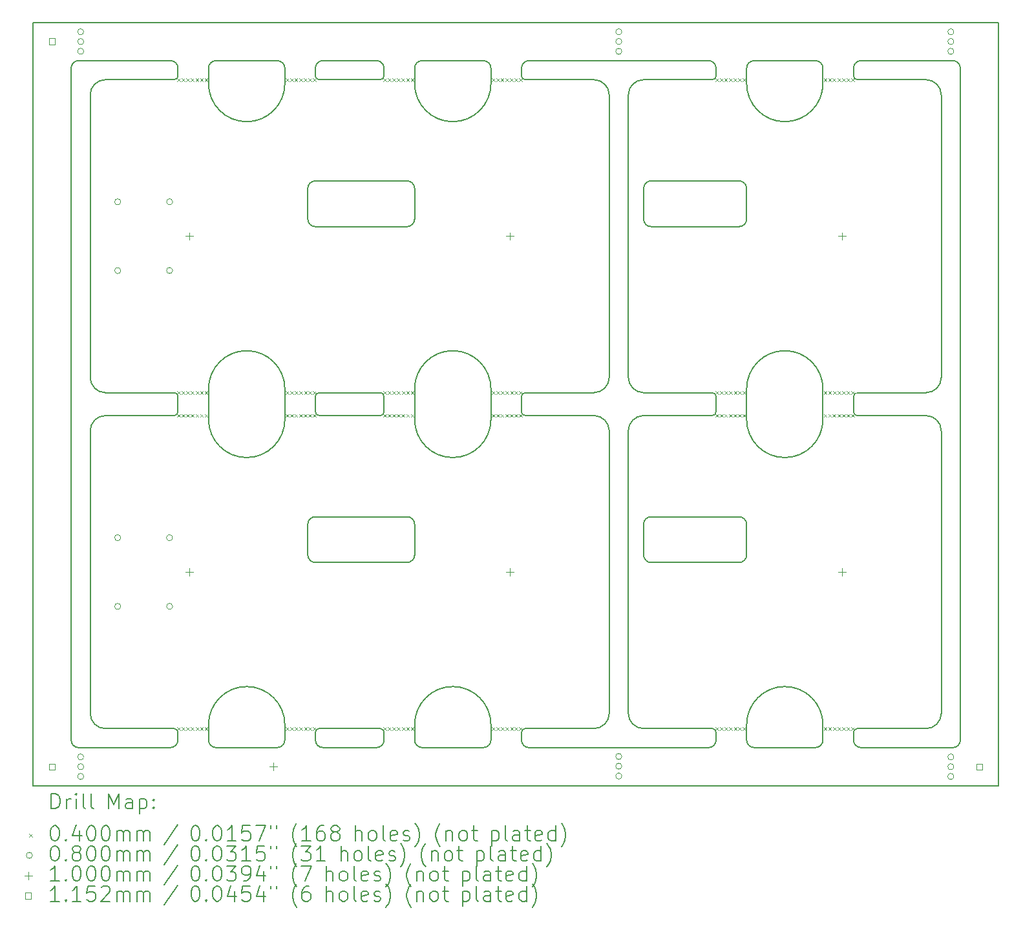
<source format=gbr>
%TF.GenerationSoftware,KiCad,Pcbnew,(7.0.0)*%
%TF.CreationDate,2023-04-30T09:27:37+02:00*%
%TF.ProjectId,IKEA_Button2,494b4541-5f42-4757-9474-6f6e322e6b69,rev?*%
%TF.SameCoordinates,Original*%
%TF.FileFunction,Drillmap*%
%TF.FilePolarity,Positive*%
%FSLAX45Y45*%
G04 Gerber Fmt 4.5, Leading zero omitted, Abs format (unit mm)*
G04 Created by KiCad (PCBNEW (7.0.0)) date 2023-04-30 09:27:37*
%MOMM*%
%LPD*%
G01*
G04 APERTURE LIST*
%ADD10C,0.150000*%
%ADD11C,0.200000*%
%ADD12C,0.040000*%
%ADD13C,0.080000*%
%ADD14C,0.100000*%
%ADD15C,0.115200*%
G04 APERTURE END LIST*
D10*
X7700210Y-10699790D02*
X7700000Y-10600000D01*
X5900000Y-10600000D02*
X5900210Y-10699790D01*
X6300000Y-10550000D02*
X6300210Y-10699790D01*
X7300000Y-10550000D02*
X7300210Y-10699790D01*
X7750000Y-10550000D02*
X8650000Y-10550000D01*
X8850000Y-6650000D02*
G75*
G03*
X8650000Y-6450000I-200000J0D01*
G01*
X5850000Y-6450000D02*
X5050000Y-6450000D01*
X6300000Y-6500000D02*
G75*
G03*
X7300000Y-6500000I500000J0D01*
G01*
X5000000Y-7775000D02*
X6200000Y-7775000D01*
X6200000Y-8375000D02*
X5000000Y-8375000D01*
X5850000Y-6450000D02*
G75*
G03*
X5899790Y-6400210I0J49790D01*
G01*
X7750000Y-10550000D02*
G75*
G03*
X7700000Y-10600000I0J-50000D01*
G01*
X7700000Y-6400000D02*
G75*
G03*
X7750000Y-6450000I50000J0D01*
G01*
X8850000Y-6650000D02*
X8850000Y-10350000D01*
X7300000Y-10500000D02*
G75*
G03*
X6300000Y-10500000I-500000J0D01*
G01*
X5900000Y-10600000D02*
G75*
G03*
X5850000Y-10550000I-50000J0D01*
G01*
X8649953Y-6450210D02*
X7750000Y-6450210D01*
X7300000Y-6500000D02*
X7300000Y-6450000D01*
X6300000Y-6450000D02*
X6300000Y-6500000D01*
X6300000Y-7875000D02*
X6300000Y-8275000D01*
X6300000Y-10550000D02*
X6300000Y-10500000D01*
X7300000Y-10500000D02*
X7300000Y-10550000D01*
X8650000Y-10550000D02*
G75*
G03*
X8850000Y-10350000I0J200000D01*
G01*
X6200000Y-8375000D02*
G75*
G03*
X6300000Y-8275000I0J100000D01*
G01*
X6300000Y-7875000D02*
G75*
G03*
X6200000Y-7775000I-100000J0D01*
G01*
X12050000Y-2000000D02*
G75*
G03*
X12100000Y-2050000I50000J0D01*
G01*
X11650000Y-10500000D02*
G75*
G03*
X10650000Y-10500000I-500000J0D01*
G01*
X6300000Y-2050000D02*
X6300000Y-2100000D01*
X3600000Y-2100000D02*
X3600000Y-2050000D01*
X7700000Y-2000000D02*
X7700000Y-1900000D01*
X13350000Y-10800000D02*
G75*
G03*
X13450000Y-10700000I0J100000D01*
G01*
X5000040Y-10699790D02*
G75*
G03*
X5100047Y-10799790I100010J10D01*
G01*
X3200210Y-6199790D02*
X3200000Y-6400000D01*
X10550000Y-8375000D02*
X9400000Y-8375000D01*
X1800000Y-10700000D02*
G75*
G03*
X1900000Y-10800000I100000J0D01*
G01*
X10650000Y-6150000D02*
X10650000Y-6100000D01*
X5850000Y-2050000D02*
G75*
G03*
X5899790Y-2000210I0J49790D01*
G01*
X9100000Y-10350000D02*
G75*
G03*
X9300000Y-10550000I200000J0D01*
G01*
X10650000Y-3475000D02*
G75*
G03*
X10550000Y-3375000I-100000J0D01*
G01*
X3700000Y-1800000D02*
X4500000Y-1800000D01*
X11650000Y-10550000D02*
X11650047Y-10699790D01*
X7300000Y-1900000D02*
G75*
G03*
X7200000Y-1800000I-100000J0D01*
G01*
X3150000Y-2050000D02*
X2250000Y-2050000D01*
X7300000Y-6100000D02*
X7300000Y-6150000D01*
X5800210Y-10799790D02*
G75*
G03*
X5900210Y-10699790I0J100000D01*
G01*
X5000210Y-10699790D02*
X5000210Y-10599790D01*
X9100000Y-5950000D02*
X9100000Y-3975000D01*
X10650000Y-2100000D02*
G75*
G03*
X11650000Y-2100000I500000J0D01*
G01*
X7300000Y-1900000D02*
X7300000Y-2050000D01*
X7700210Y-10699790D02*
G75*
G03*
X7800210Y-10799790I100000J0D01*
G01*
X10650000Y-6150000D02*
X10650000Y-6450000D01*
X13000000Y-10550000D02*
G75*
G03*
X13200000Y-10350000I0J200000D01*
G01*
X10750000Y-1800000D02*
X11550000Y-1800000D01*
X10550000Y-3975000D02*
G75*
G03*
X10650000Y-3875000I0J100000D01*
G01*
X10200000Y-6150000D02*
X9300000Y-6150000D01*
X7300000Y-6150000D02*
X7300000Y-6450000D01*
X4600000Y-2050000D02*
X4600000Y-2100000D01*
X10650000Y-1900000D02*
X10650000Y-2050000D01*
X10550000Y-3975000D02*
X9400000Y-3975000D01*
X11650000Y-6150000D02*
X11650000Y-6450000D01*
X4600000Y-2050000D02*
X4600000Y-1900000D01*
X9400000Y-3375000D02*
X10550000Y-3375000D01*
X4600000Y-6100000D02*
G75*
G03*
X3600000Y-6100000I-500000J0D01*
G01*
X9300000Y-7875000D02*
X9300000Y-8275000D01*
X5000000Y-7775000D02*
G75*
G03*
X4900000Y-7875000I0J-100000D01*
G01*
X5000000Y-2000000D02*
G75*
G03*
X5050000Y-2050000I50000J0D01*
G01*
X3150000Y-2050000D02*
G75*
G03*
X3200000Y-2000000I0J50000D01*
G01*
X10200000Y-2050000D02*
X9300000Y-2050000D01*
X4900000Y-7875000D02*
X4900000Y-8275000D01*
X10650000Y-10550000D02*
X10650000Y-10500000D01*
X7750000Y-6150000D02*
X8650000Y-6150000D01*
X12999953Y-6450210D02*
X12100000Y-6450210D01*
X1800000Y-10700000D02*
X1800000Y-1900000D01*
X5850000Y-2050000D02*
X5050000Y-2050000D01*
X10250000Y-6200000D02*
G75*
G03*
X10200000Y-6150000I-50000J0D01*
G01*
X3600000Y-6500000D02*
X3600000Y-6450000D01*
X2250047Y-6149790D02*
X3150000Y-6149790D01*
X3100000Y-10800000D02*
X1900000Y-10800000D01*
X12100000Y-10550000D02*
G75*
G03*
X12050000Y-10600000I0J-50000D01*
G01*
X10250000Y-6200000D02*
X10249790Y-6400210D01*
X3600000Y-6100000D02*
X3600000Y-6150000D01*
X7300000Y-2100000D02*
X7300000Y-2050000D01*
X9300000Y-3875000D02*
G75*
G03*
X9400000Y-3975000I100000J0D01*
G01*
X4600000Y-10500000D02*
G75*
G03*
X3600000Y-10500000I-500000J0D01*
G01*
X13200000Y-6650000D02*
G75*
G03*
X13000000Y-6450000I-200000J0D01*
G01*
X12999953Y-2050210D02*
X12100000Y-2050210D01*
X2050000Y-5950000D02*
G75*
G03*
X2250000Y-6150000I200000J0D01*
G01*
X5100000Y-1800000D02*
G75*
G03*
X5000000Y-1900000I0J-100000D01*
G01*
X4600210Y-10699790D02*
X4600210Y-10549790D01*
X6300210Y-10699790D02*
G75*
G03*
X6400210Y-10799790I100000J0D01*
G01*
X10650000Y-2050000D02*
X10650000Y-2100000D01*
X5900000Y-6200000D02*
G75*
G03*
X5850000Y-6150000I-50000J0D01*
G01*
X4600000Y-10550000D02*
X4600000Y-10500000D01*
X11650000Y-2100000D02*
X11650000Y-2050000D01*
X9300000Y-2050000D02*
G75*
G03*
X9100000Y-2250000I0J-200000D01*
G01*
X3600040Y-10699790D02*
G75*
G03*
X3700047Y-10799790I100010J10D01*
G01*
X10200000Y-10550000D02*
X9300000Y-10550000D01*
X12150210Y-10799790D02*
X13350000Y-10800000D01*
X12050000Y-6400000D02*
G75*
G03*
X12100000Y-6450000I50000J0D01*
G01*
X8850000Y-2250000D02*
G75*
G03*
X8650000Y-2050000I-200000J0D01*
G01*
X8650000Y-6150000D02*
G75*
G03*
X8850000Y-5950000I0J200000D01*
G01*
X3200000Y-1900000D02*
G75*
G03*
X3100000Y-1800000I-100000J0D01*
G01*
X12100000Y-10550000D02*
X13000000Y-10550000D01*
X9100000Y-2250000D02*
X9100000Y-3975000D01*
X6300000Y-2100000D02*
G75*
G03*
X7300000Y-2100000I500000J0D01*
G01*
X10650000Y-10550000D02*
X10650047Y-10699790D01*
X3200000Y-10600000D02*
G75*
G03*
X3150000Y-10550000I-50000J0D01*
G01*
X7750000Y-6150000D02*
G75*
G03*
X7700000Y-6200000I0J-50000D01*
G01*
X5900000Y-1900000D02*
X5900000Y-2000000D01*
X10150210Y-10799790D02*
G75*
G03*
X10250210Y-10699790I0J100000D01*
G01*
X7200210Y-10799790D02*
G75*
G03*
X7300210Y-10699790I0J100000D01*
G01*
X3700000Y-1800000D02*
G75*
G03*
X3600000Y-1900000I0J-100000D01*
G01*
X6400210Y-10799790D02*
X7200210Y-10799790D01*
X6300000Y-6150000D02*
X6300000Y-6450000D01*
X12050210Y-10699790D02*
G75*
G03*
X12150210Y-10799790I100000J0D01*
G01*
X3150000Y-6450000D02*
X2250000Y-6450000D01*
X6300000Y-3475000D02*
G75*
G03*
X6200000Y-3375000I-100000J0D01*
G01*
X10200000Y-6450000D02*
X9300000Y-6450000D01*
X3200210Y-10599790D02*
X3200210Y-10699790D01*
X4900000Y-3875000D02*
G75*
G03*
X5000000Y-3975000I100000J0D01*
G01*
X4500047Y-10799797D02*
G75*
G03*
X4600047Y-10699790I-7J100007D01*
G01*
X11650000Y-10500000D02*
X11650000Y-10550000D01*
X5100000Y-1800000D02*
X5800000Y-1800000D01*
X5000000Y-3375000D02*
G75*
G03*
X4900000Y-3475000I0J-100000D01*
G01*
X5000000Y-2000000D02*
X5000000Y-1900000D01*
X9100000Y-6650000D02*
X9100000Y-8375000D01*
X9400000Y-7775000D02*
X10550000Y-7775000D01*
X10650000Y-7875000D02*
X10650000Y-8275000D01*
X10200000Y-2050000D02*
G75*
G03*
X10249790Y-2000210I0J49790D01*
G01*
X12100000Y-6150000D02*
G75*
G03*
X12050000Y-6200000I0J-50000D01*
G01*
X4900000Y-3475000D02*
X4900000Y-3875000D01*
X13950000Y-11300000D02*
X13950000Y-1300000D01*
X7700000Y-6400000D02*
X7700000Y-6200000D01*
X3200000Y-1900000D02*
X3200000Y-2000000D01*
X2250047Y-10549790D02*
X3150000Y-10549790D01*
X11550210Y-10799790D02*
G75*
G03*
X11650210Y-10699790I0J100000D01*
G01*
X1300000Y-11300000D02*
X13950000Y-11300000D01*
X3600000Y-6450000D02*
X3600210Y-6149790D01*
X4600000Y-1900000D02*
G75*
G03*
X4500000Y-1800000I-100000J0D01*
G01*
X10750210Y-10799790D02*
X11550210Y-10799790D01*
X4900000Y-8275000D02*
G75*
G03*
X5000000Y-8375000I100000J0D01*
G01*
X3100047Y-10799797D02*
G75*
G03*
X3200047Y-10699790I-7J100007D01*
G01*
X5050000Y-10550000D02*
G75*
G03*
X5000210Y-10599790I0J-49790D01*
G01*
X10750000Y-1800000D02*
G75*
G03*
X10650000Y-1900000I0J-100000D01*
G01*
X4600000Y-6450000D02*
X4600000Y-6500000D01*
X2050000Y-10350000D02*
G75*
G03*
X2250000Y-10550000I200000J0D01*
G01*
X7800000Y-1800000D02*
X10150000Y-1800000D01*
X12050000Y-6400000D02*
X12050000Y-6200000D01*
X13000000Y-6150000D02*
G75*
G03*
X13200000Y-5950000I0J200000D01*
G01*
X2250000Y-2050000D02*
G75*
G03*
X2050000Y-2250000I0J-200000D01*
G01*
X7800210Y-10799790D02*
X10150210Y-10799790D01*
X9400000Y-3375000D02*
G75*
G03*
X9300000Y-3475000I0J-100000D01*
G01*
X8850000Y-2250000D02*
X8850000Y-5950000D01*
X5050000Y-6150000D02*
G75*
G03*
X5000210Y-6199790I0J-49790D01*
G01*
X10250000Y-10600000D02*
G75*
G03*
X10200000Y-10550000I-50000J0D01*
G01*
X12050000Y-2000000D02*
X12050000Y-1900000D01*
X6400000Y-1800000D02*
G75*
G03*
X6300000Y-1900000I0J-100000D01*
G01*
X2250000Y-6450000D02*
G75*
G03*
X2050000Y-6650000I0J-200000D01*
G01*
X5900000Y-1900000D02*
G75*
G03*
X5800000Y-1800000I-100000J0D01*
G01*
X10650210Y-10699790D02*
G75*
G03*
X10750210Y-10799790I100000J0D01*
G01*
X10250000Y-1900000D02*
G75*
G03*
X10150000Y-1800000I-100000J0D01*
G01*
X6200000Y-3975000D02*
X5000000Y-3975000D01*
X9100000Y-10350000D02*
X9100000Y-8375000D01*
X12050000Y-10700000D02*
X12050000Y-10600000D01*
X13450000Y-10700000D02*
X13450000Y-1900000D01*
X9300000Y-6450000D02*
G75*
G03*
X9100000Y-6650000I0J-200000D01*
G01*
X7800000Y-1800000D02*
G75*
G03*
X7700000Y-1900000I0J-100000D01*
G01*
X4600210Y-6450000D02*
X4600210Y-6149790D01*
X3150000Y-6450000D02*
G75*
G03*
X3200000Y-6400000I0J50000D01*
G01*
X1900000Y-1800000D02*
G75*
G03*
X1800000Y-1900000I0J-100000D01*
G01*
X9400000Y-7775000D02*
G75*
G03*
X9300000Y-7875000I0J-100000D01*
G01*
X13200000Y-6650000D02*
X13200000Y-10350000D01*
X4500047Y-10799790D02*
X3700047Y-10799790D01*
X2050000Y-10350000D02*
X2050000Y-6650000D01*
X5050000Y-6150000D02*
X5850000Y-6150000D01*
X5050000Y-10550000D02*
X5850000Y-10550000D01*
X6300000Y-1900000D02*
X6300000Y-2050000D01*
X12150000Y-1800000D02*
G75*
G03*
X12050000Y-1900000I0J-100000D01*
G01*
X9300000Y-8275000D02*
G75*
G03*
X9400000Y-8375000I100000J0D01*
G01*
X8649953Y-2050210D02*
X7750000Y-2050210D01*
X4600000Y-6150000D02*
X4600000Y-6100000D01*
X6400000Y-1800000D02*
X7200000Y-1800000D01*
X3600000Y-2100000D02*
G75*
G03*
X4600000Y-2100000I500000J0D01*
G01*
X5000000Y-6400000D02*
X5000210Y-6199790D01*
X5000000Y-3375000D02*
X6200000Y-3375000D01*
X3600000Y-2050000D02*
X3600000Y-1900000D01*
X13200000Y-2250000D02*
X13200000Y-5950000D01*
X11650000Y-1900000D02*
G75*
G03*
X11550000Y-1800000I-100000J0D01*
G01*
X9100000Y-5950000D02*
G75*
G03*
X9300000Y-6150000I200000J0D01*
G01*
X13450000Y-1900000D02*
G75*
G03*
X13350000Y-1800000I-100000J0D01*
G01*
X12150000Y-1800000D02*
X13350000Y-1800000D01*
X3200000Y-6200000D02*
G75*
G03*
X3150000Y-6150000I-50000J0D01*
G01*
X11650000Y-6100000D02*
X11650000Y-6150000D01*
X3600000Y-10500000D02*
X3600000Y-10550000D01*
X1900000Y-1800000D02*
X3100000Y-1800000D01*
X5000000Y-6400000D02*
G75*
G03*
X5050000Y-6450000I50000J0D01*
G01*
X11650000Y-1900000D02*
X11650000Y-2050000D01*
X7700000Y-2000000D02*
G75*
G03*
X7750000Y-2050000I50000J0D01*
G01*
X10250000Y-1900000D02*
X10250000Y-2000000D01*
X10250000Y-10600000D02*
X10250047Y-10699790D01*
X6200000Y-3975000D02*
G75*
G03*
X6300000Y-3875000I0J100000D01*
G01*
X11650000Y-6500000D02*
X11650000Y-6450000D01*
X10650000Y-6500000D02*
G75*
G03*
X11650000Y-6500000I500000J0D01*
G01*
X10650000Y-6450000D02*
X10650000Y-6500000D01*
X1300000Y-11300000D02*
X1300000Y-1300000D01*
X12100000Y-6150000D02*
X13000000Y-6150000D01*
X9300000Y-3475000D02*
X9300000Y-3875000D01*
X11650000Y-6100000D02*
G75*
G03*
X10650000Y-6100000I-500000J0D01*
G01*
X10650000Y-3475000D02*
X10650000Y-3875000D01*
X10550000Y-8375000D02*
G75*
G03*
X10650000Y-8275000I0J100000D01*
G01*
X7300000Y-6100000D02*
G75*
G03*
X6300000Y-6100000I-500000J0D01*
G01*
X6300000Y-3475000D02*
X6300000Y-3875000D01*
X5900000Y-6200000D02*
X5899790Y-6400210D01*
X10200000Y-6450000D02*
G75*
G03*
X10249790Y-6400210I0J49790D01*
G01*
X13200000Y-2250000D02*
G75*
G03*
X13000000Y-2050000I-200000J0D01*
G01*
X3600000Y-6500000D02*
G75*
G03*
X4600000Y-6500000I500000J0D01*
G01*
X6300000Y-6150000D02*
X6300000Y-6100000D01*
X10650000Y-7875000D02*
G75*
G03*
X10550000Y-7775000I-100000J0D01*
G01*
X5100047Y-10799790D02*
X5800210Y-10799790D01*
X2050000Y-5950000D02*
X2050000Y-2250000D01*
X1300000Y-1300000D02*
X13950000Y-1300000D01*
X3600210Y-10699790D02*
X3600210Y-10549790D01*
D11*
D12*
X3190000Y-2030000D02*
X3230000Y-2070000D01*
X3230000Y-2030000D02*
X3190000Y-2070000D01*
X3190000Y-6130000D02*
X3230000Y-6170000D01*
X3230000Y-6130000D02*
X3190000Y-6170000D01*
X3190000Y-6430000D02*
X3230000Y-6470000D01*
X3230000Y-6430000D02*
X3190000Y-6470000D01*
X3190000Y-10530000D02*
X3230000Y-10570000D01*
X3230000Y-10530000D02*
X3190000Y-10570000D01*
X3250000Y-2030000D02*
X3290000Y-2070000D01*
X3290000Y-2030000D02*
X3250000Y-2070000D01*
X3250000Y-6130000D02*
X3290000Y-6170000D01*
X3290000Y-6130000D02*
X3250000Y-6170000D01*
X3250000Y-6430000D02*
X3290000Y-6470000D01*
X3290000Y-6430000D02*
X3250000Y-6470000D01*
X3250000Y-10530000D02*
X3290000Y-10570000D01*
X3290000Y-10530000D02*
X3250000Y-10570000D01*
X3306001Y-2030000D02*
X3346001Y-2070000D01*
X3346001Y-2030000D02*
X3306001Y-2070000D01*
X3306001Y-6430000D02*
X3346001Y-6470000D01*
X3346001Y-6430000D02*
X3306001Y-6470000D01*
X3310000Y-6130000D02*
X3350000Y-6170000D01*
X3350000Y-6130000D02*
X3310000Y-6170000D01*
X3310000Y-10530000D02*
X3350000Y-10570000D01*
X3350000Y-10530000D02*
X3310000Y-10570000D01*
X3370000Y-2030000D02*
X3410000Y-2070000D01*
X3410000Y-2030000D02*
X3370000Y-2070000D01*
X3370000Y-6130000D02*
X3410000Y-6170000D01*
X3410000Y-6130000D02*
X3370000Y-6170000D01*
X3370000Y-6430000D02*
X3410000Y-6470000D01*
X3410000Y-6430000D02*
X3370000Y-6470000D01*
X3370000Y-10530000D02*
X3410000Y-10570000D01*
X3410000Y-10530000D02*
X3370000Y-10570000D01*
X3430000Y-2030000D02*
X3470000Y-2070000D01*
X3470000Y-2030000D02*
X3430000Y-2070000D01*
X3430000Y-6430000D02*
X3470000Y-6470000D01*
X3470000Y-6430000D02*
X3430000Y-6470000D01*
X3433999Y-6130000D02*
X3473999Y-6170000D01*
X3473999Y-6130000D02*
X3433999Y-6170000D01*
X3433999Y-10530000D02*
X3473999Y-10570000D01*
X3473999Y-10530000D02*
X3433999Y-10570000D01*
X3490000Y-2030000D02*
X3530000Y-2070000D01*
X3530000Y-2030000D02*
X3490000Y-2070000D01*
X3490000Y-6130000D02*
X3530000Y-6170000D01*
X3530000Y-6130000D02*
X3490000Y-6170000D01*
X3490000Y-6430000D02*
X3530000Y-6470000D01*
X3530000Y-6430000D02*
X3490000Y-6470000D01*
X3490000Y-10530000D02*
X3530000Y-10570000D01*
X3530000Y-10530000D02*
X3490000Y-10570000D01*
X3550000Y-2030000D02*
X3590000Y-2070000D01*
X3590000Y-2030000D02*
X3550000Y-2070000D01*
X3550000Y-6130000D02*
X3590000Y-6170000D01*
X3590000Y-6130000D02*
X3550000Y-6170000D01*
X3550000Y-6430000D02*
X3590000Y-6470000D01*
X3590000Y-6430000D02*
X3550000Y-6470000D01*
X3550000Y-10530000D02*
X3590000Y-10570000D01*
X3590000Y-10530000D02*
X3550000Y-10570000D01*
X4610000Y-2030000D02*
X4650000Y-2070000D01*
X4650000Y-2030000D02*
X4610000Y-2070000D01*
X4610000Y-6130000D02*
X4650000Y-6170000D01*
X4650000Y-6130000D02*
X4610000Y-6170000D01*
X4610000Y-6430000D02*
X4650000Y-6470000D01*
X4650000Y-6430000D02*
X4610000Y-6470000D01*
X4610000Y-10530000D02*
X4650000Y-10570000D01*
X4650000Y-10530000D02*
X4610000Y-10570000D01*
X4670000Y-2030000D02*
X4710000Y-2070000D01*
X4710000Y-2030000D02*
X4670000Y-2070000D01*
X4670000Y-6130000D02*
X4710000Y-6170000D01*
X4710000Y-6130000D02*
X4670000Y-6170000D01*
X4670000Y-6430000D02*
X4710000Y-6470000D01*
X4710000Y-6430000D02*
X4670000Y-6470000D01*
X4670000Y-10530000D02*
X4710000Y-10570000D01*
X4710000Y-10530000D02*
X4670000Y-10570000D01*
X4726001Y-2030000D02*
X4766001Y-2070000D01*
X4766001Y-2030000D02*
X4726001Y-2070000D01*
X4726001Y-6430000D02*
X4766001Y-6470000D01*
X4766001Y-6430000D02*
X4726001Y-6470000D01*
X4730000Y-6130000D02*
X4770000Y-6170000D01*
X4770000Y-6130000D02*
X4730000Y-6170000D01*
X4730000Y-10530000D02*
X4770000Y-10570000D01*
X4770000Y-10530000D02*
X4730000Y-10570000D01*
X4790000Y-2030000D02*
X4830000Y-2070000D01*
X4830000Y-2030000D02*
X4790000Y-2070000D01*
X4790000Y-6130000D02*
X4830000Y-6170000D01*
X4830000Y-6130000D02*
X4790000Y-6170000D01*
X4790000Y-6430000D02*
X4830000Y-6470000D01*
X4830000Y-6430000D02*
X4790000Y-6470000D01*
X4790000Y-10530000D02*
X4830000Y-10570000D01*
X4830000Y-10530000D02*
X4790000Y-10570000D01*
X4850000Y-2030000D02*
X4890000Y-2070000D01*
X4890000Y-2030000D02*
X4850000Y-2070000D01*
X4850000Y-6430000D02*
X4890000Y-6470000D01*
X4890000Y-6430000D02*
X4850000Y-6470000D01*
X4853999Y-6130000D02*
X4893999Y-6170000D01*
X4893999Y-6130000D02*
X4853999Y-6170000D01*
X4853999Y-10530000D02*
X4893999Y-10570000D01*
X4893999Y-10530000D02*
X4853999Y-10570000D01*
X4910000Y-2030000D02*
X4950000Y-2070000D01*
X4950000Y-2030000D02*
X4910000Y-2070000D01*
X4910000Y-6130000D02*
X4950000Y-6170000D01*
X4950000Y-6130000D02*
X4910000Y-6170000D01*
X4910000Y-6430000D02*
X4950000Y-6470000D01*
X4950000Y-6430000D02*
X4910000Y-6470000D01*
X4910000Y-10530000D02*
X4950000Y-10570000D01*
X4950000Y-10530000D02*
X4910000Y-10570000D01*
X4970000Y-2030000D02*
X5010000Y-2070000D01*
X5010000Y-2030000D02*
X4970000Y-2070000D01*
X4970000Y-6130000D02*
X5010000Y-6170000D01*
X5010000Y-6130000D02*
X4970000Y-6170000D01*
X4970000Y-6430000D02*
X5010000Y-6470000D01*
X5010000Y-6430000D02*
X4970000Y-6470000D01*
X4970000Y-10530000D02*
X5010000Y-10570000D01*
X5010000Y-10530000D02*
X4970000Y-10570000D01*
X5890000Y-2030000D02*
X5930000Y-2070000D01*
X5930000Y-2030000D02*
X5890000Y-2070000D01*
X5890000Y-6130000D02*
X5930000Y-6170000D01*
X5930000Y-6130000D02*
X5890000Y-6170000D01*
X5890000Y-6430000D02*
X5930000Y-6470000D01*
X5930000Y-6430000D02*
X5890000Y-6470000D01*
X5890000Y-10530000D02*
X5930000Y-10570000D01*
X5930000Y-10530000D02*
X5890000Y-10570000D01*
X5950000Y-2030000D02*
X5990000Y-2070000D01*
X5990000Y-2030000D02*
X5950000Y-2070000D01*
X5950000Y-6130000D02*
X5990000Y-6170000D01*
X5990000Y-6130000D02*
X5950000Y-6170000D01*
X5950000Y-6430000D02*
X5990000Y-6470000D01*
X5990000Y-6430000D02*
X5950000Y-6470000D01*
X5950000Y-10530000D02*
X5990000Y-10570000D01*
X5990000Y-10530000D02*
X5950000Y-10570000D01*
X6006001Y-2030000D02*
X6046001Y-2070000D01*
X6046001Y-2030000D02*
X6006001Y-2070000D01*
X6006001Y-6430000D02*
X6046001Y-6470000D01*
X6046001Y-6430000D02*
X6006001Y-6470000D01*
X6010000Y-6130000D02*
X6050000Y-6170000D01*
X6050000Y-6130000D02*
X6010000Y-6170000D01*
X6010000Y-10530000D02*
X6050000Y-10570000D01*
X6050000Y-10530000D02*
X6010000Y-10570000D01*
X6070000Y-2030000D02*
X6110000Y-2070000D01*
X6110000Y-2030000D02*
X6070000Y-2070000D01*
X6070000Y-6130000D02*
X6110000Y-6170000D01*
X6110000Y-6130000D02*
X6070000Y-6170000D01*
X6070000Y-6430000D02*
X6110000Y-6470000D01*
X6110000Y-6430000D02*
X6070000Y-6470000D01*
X6070000Y-10530000D02*
X6110000Y-10570000D01*
X6110000Y-10530000D02*
X6070000Y-10570000D01*
X6130000Y-2030000D02*
X6170000Y-2070000D01*
X6170000Y-2030000D02*
X6130000Y-2070000D01*
X6130000Y-6430000D02*
X6170000Y-6470000D01*
X6170000Y-6430000D02*
X6130000Y-6470000D01*
X6133999Y-6130000D02*
X6173999Y-6170000D01*
X6173999Y-6130000D02*
X6133999Y-6170000D01*
X6133999Y-10530000D02*
X6173999Y-10570000D01*
X6173999Y-10530000D02*
X6133999Y-10570000D01*
X6190000Y-2030000D02*
X6230000Y-2070000D01*
X6230000Y-2030000D02*
X6190000Y-2070000D01*
X6190000Y-6130000D02*
X6230000Y-6170000D01*
X6230000Y-6130000D02*
X6190000Y-6170000D01*
X6190000Y-6430000D02*
X6230000Y-6470000D01*
X6230000Y-6430000D02*
X6190000Y-6470000D01*
X6190000Y-10530000D02*
X6230000Y-10570000D01*
X6230000Y-10530000D02*
X6190000Y-10570000D01*
X6250000Y-2030000D02*
X6290000Y-2070000D01*
X6290000Y-2030000D02*
X6250000Y-2070000D01*
X6250000Y-6130000D02*
X6290000Y-6170000D01*
X6290000Y-6130000D02*
X6250000Y-6170000D01*
X6250000Y-6430000D02*
X6290000Y-6470000D01*
X6290000Y-6430000D02*
X6250000Y-6470000D01*
X6250000Y-10530000D02*
X6290000Y-10570000D01*
X6290000Y-10530000D02*
X6250000Y-10570000D01*
X7310000Y-2030000D02*
X7350000Y-2070000D01*
X7350000Y-2030000D02*
X7310000Y-2070000D01*
X7310000Y-6130000D02*
X7350000Y-6170000D01*
X7350000Y-6130000D02*
X7310000Y-6170000D01*
X7310000Y-6430000D02*
X7350000Y-6470000D01*
X7350000Y-6430000D02*
X7310000Y-6470000D01*
X7310000Y-10530000D02*
X7350000Y-10570000D01*
X7350000Y-10530000D02*
X7310000Y-10570000D01*
X7370000Y-2030000D02*
X7410000Y-2070000D01*
X7410000Y-2030000D02*
X7370000Y-2070000D01*
X7370000Y-6130000D02*
X7410000Y-6170000D01*
X7410000Y-6130000D02*
X7370000Y-6170000D01*
X7370000Y-6430000D02*
X7410000Y-6470000D01*
X7410000Y-6430000D02*
X7370000Y-6470000D01*
X7370000Y-10530000D02*
X7410000Y-10570000D01*
X7410000Y-10530000D02*
X7370000Y-10570000D01*
X7426001Y-2030000D02*
X7466001Y-2070000D01*
X7466001Y-2030000D02*
X7426001Y-2070000D01*
X7426001Y-6430000D02*
X7466001Y-6470000D01*
X7466001Y-6430000D02*
X7426001Y-6470000D01*
X7430000Y-6130000D02*
X7470000Y-6170000D01*
X7470000Y-6130000D02*
X7430000Y-6170000D01*
X7430000Y-10530000D02*
X7470000Y-10570000D01*
X7470000Y-10530000D02*
X7430000Y-10570000D01*
X7490000Y-2030000D02*
X7530000Y-2070000D01*
X7530000Y-2030000D02*
X7490000Y-2070000D01*
X7490000Y-6130000D02*
X7530000Y-6170000D01*
X7530000Y-6130000D02*
X7490000Y-6170000D01*
X7490000Y-6430000D02*
X7530000Y-6470000D01*
X7530000Y-6430000D02*
X7490000Y-6470000D01*
X7490000Y-10530000D02*
X7530000Y-10570000D01*
X7530000Y-10530000D02*
X7490000Y-10570000D01*
X7550000Y-2030000D02*
X7590000Y-2070000D01*
X7590000Y-2030000D02*
X7550000Y-2070000D01*
X7550000Y-6430000D02*
X7590000Y-6470000D01*
X7590000Y-6430000D02*
X7550000Y-6470000D01*
X7553999Y-6130000D02*
X7593999Y-6170000D01*
X7593999Y-6130000D02*
X7553999Y-6170000D01*
X7553999Y-10530000D02*
X7593999Y-10570000D01*
X7593999Y-10530000D02*
X7553999Y-10570000D01*
X7610000Y-2030000D02*
X7650000Y-2070000D01*
X7650000Y-2030000D02*
X7610000Y-2070000D01*
X7610000Y-6130000D02*
X7650000Y-6170000D01*
X7650000Y-6130000D02*
X7610000Y-6170000D01*
X7610000Y-6430000D02*
X7650000Y-6470000D01*
X7650000Y-6430000D02*
X7610000Y-6470000D01*
X7610000Y-10530000D02*
X7650000Y-10570000D01*
X7650000Y-10530000D02*
X7610000Y-10570000D01*
X7670000Y-2030000D02*
X7710000Y-2070000D01*
X7710000Y-2030000D02*
X7670000Y-2070000D01*
X7670000Y-6130000D02*
X7710000Y-6170000D01*
X7710000Y-6130000D02*
X7670000Y-6170000D01*
X7670000Y-6430000D02*
X7710000Y-6470000D01*
X7710000Y-6430000D02*
X7670000Y-6470000D01*
X7670000Y-10530000D02*
X7710000Y-10570000D01*
X7710000Y-10530000D02*
X7670000Y-10570000D01*
X10240000Y-2030000D02*
X10280000Y-2070000D01*
X10280000Y-2030000D02*
X10240000Y-2070000D01*
X10240000Y-6130000D02*
X10280000Y-6170000D01*
X10280000Y-6130000D02*
X10240000Y-6170000D01*
X10240000Y-6430000D02*
X10280000Y-6470000D01*
X10280000Y-6430000D02*
X10240000Y-6470000D01*
X10240000Y-10530000D02*
X10280000Y-10570000D01*
X10280000Y-10530000D02*
X10240000Y-10570000D01*
X10300000Y-2030000D02*
X10340000Y-2070000D01*
X10340000Y-2030000D02*
X10300000Y-2070000D01*
X10300000Y-6130000D02*
X10340000Y-6170000D01*
X10340000Y-6130000D02*
X10300000Y-6170000D01*
X10300000Y-6430000D02*
X10340000Y-6470000D01*
X10340000Y-6430000D02*
X10300000Y-6470000D01*
X10300000Y-10530000D02*
X10340000Y-10570000D01*
X10340000Y-10530000D02*
X10300000Y-10570000D01*
X10356001Y-2030000D02*
X10396001Y-2070000D01*
X10396001Y-2030000D02*
X10356001Y-2070000D01*
X10356001Y-6430000D02*
X10396001Y-6470000D01*
X10396001Y-6430000D02*
X10356001Y-6470000D01*
X10360000Y-6130000D02*
X10400000Y-6170000D01*
X10400000Y-6130000D02*
X10360000Y-6170000D01*
X10360000Y-10530000D02*
X10400000Y-10570000D01*
X10400000Y-10530000D02*
X10360000Y-10570000D01*
X10420000Y-2030000D02*
X10460000Y-2070000D01*
X10460000Y-2030000D02*
X10420000Y-2070000D01*
X10420000Y-6130000D02*
X10460000Y-6170000D01*
X10460000Y-6130000D02*
X10420000Y-6170000D01*
X10420000Y-6430000D02*
X10460000Y-6470000D01*
X10460000Y-6430000D02*
X10420000Y-6470000D01*
X10420000Y-10530000D02*
X10460000Y-10570000D01*
X10460000Y-10530000D02*
X10420000Y-10570000D01*
X10480000Y-2030000D02*
X10520000Y-2070000D01*
X10520000Y-2030000D02*
X10480000Y-2070000D01*
X10480000Y-6430000D02*
X10520000Y-6470000D01*
X10520000Y-6430000D02*
X10480000Y-6470000D01*
X10483999Y-6130000D02*
X10523999Y-6170000D01*
X10523999Y-6130000D02*
X10483999Y-6170000D01*
X10483999Y-10530000D02*
X10523999Y-10570000D01*
X10523999Y-10530000D02*
X10483999Y-10570000D01*
X10540000Y-2030000D02*
X10580000Y-2070000D01*
X10580000Y-2030000D02*
X10540000Y-2070000D01*
X10540000Y-6130000D02*
X10580000Y-6170000D01*
X10580000Y-6130000D02*
X10540000Y-6170000D01*
X10540000Y-6430000D02*
X10580000Y-6470000D01*
X10580000Y-6430000D02*
X10540000Y-6470000D01*
X10540000Y-10530000D02*
X10580000Y-10570000D01*
X10580000Y-10530000D02*
X10540000Y-10570000D01*
X10600000Y-2030000D02*
X10640000Y-2070000D01*
X10640000Y-2030000D02*
X10600000Y-2070000D01*
X10600000Y-6130000D02*
X10640000Y-6170000D01*
X10640000Y-6130000D02*
X10600000Y-6170000D01*
X10600000Y-6430000D02*
X10640000Y-6470000D01*
X10640000Y-6430000D02*
X10600000Y-6470000D01*
X10600000Y-10530000D02*
X10640000Y-10570000D01*
X10640000Y-10530000D02*
X10600000Y-10570000D01*
X11660000Y-2030000D02*
X11700000Y-2070000D01*
X11700000Y-2030000D02*
X11660000Y-2070000D01*
X11660000Y-6130000D02*
X11700000Y-6170000D01*
X11700000Y-6130000D02*
X11660000Y-6170000D01*
X11660000Y-6430000D02*
X11700000Y-6470000D01*
X11700000Y-6430000D02*
X11660000Y-6470000D01*
X11660000Y-10530000D02*
X11700000Y-10570000D01*
X11700000Y-10530000D02*
X11660000Y-10570000D01*
X11720000Y-2030000D02*
X11760000Y-2070000D01*
X11760000Y-2030000D02*
X11720000Y-2070000D01*
X11720000Y-6130000D02*
X11760000Y-6170000D01*
X11760000Y-6130000D02*
X11720000Y-6170000D01*
X11720000Y-6430000D02*
X11760000Y-6470000D01*
X11760000Y-6430000D02*
X11720000Y-6470000D01*
X11720000Y-10530000D02*
X11760000Y-10570000D01*
X11760000Y-10530000D02*
X11720000Y-10570000D01*
X11776001Y-2030000D02*
X11816001Y-2070000D01*
X11816001Y-2030000D02*
X11776001Y-2070000D01*
X11776001Y-6430000D02*
X11816001Y-6470000D01*
X11816001Y-6430000D02*
X11776001Y-6470000D01*
X11780000Y-6130000D02*
X11820000Y-6170000D01*
X11820000Y-6130000D02*
X11780000Y-6170000D01*
X11780000Y-10530000D02*
X11820000Y-10570000D01*
X11820000Y-10530000D02*
X11780000Y-10570000D01*
X11840000Y-2030000D02*
X11880000Y-2070000D01*
X11880000Y-2030000D02*
X11840000Y-2070000D01*
X11840000Y-6130000D02*
X11880000Y-6170000D01*
X11880000Y-6130000D02*
X11840000Y-6170000D01*
X11840000Y-6430000D02*
X11880000Y-6470000D01*
X11880000Y-6430000D02*
X11840000Y-6470000D01*
X11840000Y-10530000D02*
X11880000Y-10570000D01*
X11880000Y-10530000D02*
X11840000Y-10570000D01*
X11900000Y-2030000D02*
X11940000Y-2070000D01*
X11940000Y-2030000D02*
X11900000Y-2070000D01*
X11900000Y-6430000D02*
X11940000Y-6470000D01*
X11940000Y-6430000D02*
X11900000Y-6470000D01*
X11903999Y-6130000D02*
X11943999Y-6170000D01*
X11943999Y-6130000D02*
X11903999Y-6170000D01*
X11903999Y-10530000D02*
X11943999Y-10570000D01*
X11943999Y-10530000D02*
X11903999Y-10570000D01*
X11960000Y-2030000D02*
X12000000Y-2070000D01*
X12000000Y-2030000D02*
X11960000Y-2070000D01*
X11960000Y-6130000D02*
X12000000Y-6170000D01*
X12000000Y-6130000D02*
X11960000Y-6170000D01*
X11960000Y-6430000D02*
X12000000Y-6470000D01*
X12000000Y-6430000D02*
X11960000Y-6470000D01*
X11960000Y-10530000D02*
X12000000Y-10570000D01*
X12000000Y-10530000D02*
X11960000Y-10570000D01*
X12020000Y-2030000D02*
X12060000Y-2070000D01*
X12060000Y-2030000D02*
X12020000Y-2070000D01*
X12020000Y-6130000D02*
X12060000Y-6170000D01*
X12060000Y-6130000D02*
X12020000Y-6170000D01*
X12020000Y-6430000D02*
X12060000Y-6470000D01*
X12060000Y-6430000D02*
X12020000Y-6470000D01*
X12020000Y-10530000D02*
X12060000Y-10570000D01*
X12060000Y-10530000D02*
X12020000Y-10570000D01*
D13*
X1965000Y-1421999D02*
G75*
G03*
X1965000Y-1421999I-40000J0D01*
G01*
X1965000Y-1550000D02*
G75*
G03*
X1965000Y-1550000I-40000J0D01*
G01*
X1965000Y-1550000D02*
G75*
G03*
X1965000Y-1550000I-40000J0D01*
G01*
X1965000Y-1678000D02*
G75*
G03*
X1965000Y-1678000I-40000J0D01*
G01*
X1965000Y-10922000D02*
G75*
G03*
X1965000Y-10922000I-40000J0D01*
G01*
X1965000Y-11050000D02*
G75*
G03*
X1965000Y-11050000I-40000J0D01*
G01*
X1965000Y-11050000D02*
G75*
G03*
X1965000Y-11050000I-40000J0D01*
G01*
X1965000Y-11178001D02*
G75*
G03*
X1965000Y-11178001I-40000J0D01*
G01*
X2450000Y-3650000D02*
G75*
G03*
X2450000Y-3650000I-40000J0D01*
G01*
X2450000Y-4550000D02*
G75*
G03*
X2450000Y-4550000I-40000J0D01*
G01*
X2450000Y-8050000D02*
G75*
G03*
X2450000Y-8050000I-40000J0D01*
G01*
X2450000Y-8950000D02*
G75*
G03*
X2450000Y-8950000I-40000J0D01*
G01*
X3130000Y-3650000D02*
G75*
G03*
X3130000Y-3650000I-40000J0D01*
G01*
X3130000Y-4550000D02*
G75*
G03*
X3130000Y-4550000I-40000J0D01*
G01*
X3130000Y-8050000D02*
G75*
G03*
X3130000Y-8050000I-40000J0D01*
G01*
X3130000Y-8950000D02*
G75*
G03*
X3130000Y-8950000I-40000J0D01*
G01*
X9015000Y-1421999D02*
G75*
G03*
X9015000Y-1421999I-40000J0D01*
G01*
X9015000Y-1550000D02*
G75*
G03*
X9015000Y-1550000I-40000J0D01*
G01*
X9015000Y-1678000D02*
G75*
G03*
X9015000Y-1678000I-40000J0D01*
G01*
X9015000Y-10915499D02*
G75*
G03*
X9015000Y-10915499I-40000J0D01*
G01*
X9015000Y-11043500D02*
G75*
G03*
X9015000Y-11043500I-40000J0D01*
G01*
X9015000Y-11043500D02*
G75*
G03*
X9015000Y-11043500I-40000J0D01*
G01*
X9015000Y-11171500D02*
G75*
G03*
X9015000Y-11171500I-40000J0D01*
G01*
X13365000Y-1421999D02*
G75*
G03*
X13365000Y-1421999I-40000J0D01*
G01*
X13365000Y-1550000D02*
G75*
G03*
X13365000Y-1550000I-40000J0D01*
G01*
X13365000Y-1678000D02*
G75*
G03*
X13365000Y-1678000I-40000J0D01*
G01*
X13365000Y-10922000D02*
G75*
G03*
X13365000Y-10922000I-40000J0D01*
G01*
X13365000Y-10922000D02*
G75*
G03*
X13365000Y-10922000I-40000J0D01*
G01*
X13365000Y-11050000D02*
G75*
G03*
X13365000Y-11050000I-40000J0D01*
G01*
X13365000Y-11050000D02*
G75*
G03*
X13365000Y-11050000I-40000J0D01*
G01*
X13365000Y-11178001D02*
G75*
G03*
X13365000Y-11178001I-40000J0D01*
G01*
D14*
X3350000Y-4050000D02*
X3350000Y-4150000D01*
X3300000Y-4100000D02*
X3400000Y-4100000D01*
X3350000Y-8450000D02*
X3350000Y-8550000D01*
X3300000Y-8500000D02*
X3400000Y-8500000D01*
X4450000Y-11000000D02*
X4450000Y-11100000D01*
X4400000Y-11050000D02*
X4500000Y-11050000D01*
X7550000Y-4050000D02*
X7550000Y-4150000D01*
X7500000Y-4100000D02*
X7600000Y-4100000D01*
X7550000Y-8450000D02*
X7550000Y-8550000D01*
X7500000Y-8500000D02*
X7600000Y-8500000D01*
X11900000Y-4050000D02*
X11900000Y-4150000D01*
X11850000Y-4100000D02*
X11950000Y-4100000D01*
X11900000Y-8450000D02*
X11900000Y-8550000D01*
X11850000Y-8500000D02*
X11950000Y-8500000D01*
D15*
X1590730Y-1590730D02*
X1590730Y-1509270D01*
X1509270Y-1509270D01*
X1509270Y-1590730D01*
X1590730Y-1590730D01*
X1590730Y-1590730D02*
X1590730Y-1509270D01*
X1509270Y-1509270D01*
X1509270Y-1590730D01*
X1590730Y-1590730D01*
X1590730Y-11090730D02*
X1590730Y-11009270D01*
X1509270Y-11009270D01*
X1509270Y-11090730D01*
X1590730Y-11090730D01*
X1590730Y-11090730D02*
X1590730Y-11009270D01*
X1509270Y-11009270D01*
X1509270Y-11090730D01*
X1590730Y-11090730D01*
X13740730Y-11090730D02*
X13740730Y-11009270D01*
X13659270Y-11009270D01*
X13659270Y-11090730D01*
X13740730Y-11090730D01*
X13740730Y-11090730D02*
X13740730Y-11009270D01*
X13659270Y-11009270D01*
X13659270Y-11090730D01*
X13740730Y-11090730D01*
D11*
X1540119Y-11600976D02*
X1540119Y-11400976D01*
X1540119Y-11400976D02*
X1587738Y-11400976D01*
X1587738Y-11400976D02*
X1616309Y-11410500D01*
X1616309Y-11410500D02*
X1635357Y-11429548D01*
X1635357Y-11429548D02*
X1644881Y-11448595D01*
X1644881Y-11448595D02*
X1654405Y-11486690D01*
X1654405Y-11486690D02*
X1654405Y-11515262D01*
X1654405Y-11515262D02*
X1644881Y-11553357D01*
X1644881Y-11553357D02*
X1635357Y-11572405D01*
X1635357Y-11572405D02*
X1616309Y-11591452D01*
X1616309Y-11591452D02*
X1587738Y-11600976D01*
X1587738Y-11600976D02*
X1540119Y-11600976D01*
X1740119Y-11600976D02*
X1740119Y-11467643D01*
X1740119Y-11505738D02*
X1749643Y-11486690D01*
X1749643Y-11486690D02*
X1759167Y-11477167D01*
X1759167Y-11477167D02*
X1778214Y-11467643D01*
X1778214Y-11467643D02*
X1797262Y-11467643D01*
X1863928Y-11600976D02*
X1863928Y-11467643D01*
X1863928Y-11400976D02*
X1854405Y-11410500D01*
X1854405Y-11410500D02*
X1863928Y-11420024D01*
X1863928Y-11420024D02*
X1873452Y-11410500D01*
X1873452Y-11410500D02*
X1863928Y-11400976D01*
X1863928Y-11400976D02*
X1863928Y-11420024D01*
X1987738Y-11600976D02*
X1968690Y-11591452D01*
X1968690Y-11591452D02*
X1959167Y-11572405D01*
X1959167Y-11572405D02*
X1959167Y-11400976D01*
X2092500Y-11600976D02*
X2073452Y-11591452D01*
X2073452Y-11591452D02*
X2063928Y-11572405D01*
X2063928Y-11572405D02*
X2063928Y-11400976D01*
X2288690Y-11600976D02*
X2288690Y-11400976D01*
X2288690Y-11400976D02*
X2355357Y-11543833D01*
X2355357Y-11543833D02*
X2422024Y-11400976D01*
X2422024Y-11400976D02*
X2422024Y-11600976D01*
X2602976Y-11600976D02*
X2602976Y-11496214D01*
X2602976Y-11496214D02*
X2593452Y-11477167D01*
X2593452Y-11477167D02*
X2574405Y-11467643D01*
X2574405Y-11467643D02*
X2536309Y-11467643D01*
X2536309Y-11467643D02*
X2517262Y-11477167D01*
X2602976Y-11591452D02*
X2583929Y-11600976D01*
X2583929Y-11600976D02*
X2536309Y-11600976D01*
X2536309Y-11600976D02*
X2517262Y-11591452D01*
X2517262Y-11591452D02*
X2507738Y-11572405D01*
X2507738Y-11572405D02*
X2507738Y-11553357D01*
X2507738Y-11553357D02*
X2517262Y-11534309D01*
X2517262Y-11534309D02*
X2536309Y-11524786D01*
X2536309Y-11524786D02*
X2583929Y-11524786D01*
X2583929Y-11524786D02*
X2602976Y-11515262D01*
X2698214Y-11467643D02*
X2698214Y-11667643D01*
X2698214Y-11477167D02*
X2717262Y-11467643D01*
X2717262Y-11467643D02*
X2755357Y-11467643D01*
X2755357Y-11467643D02*
X2774405Y-11477167D01*
X2774405Y-11477167D02*
X2783929Y-11486690D01*
X2783929Y-11486690D02*
X2793452Y-11505738D01*
X2793452Y-11505738D02*
X2793452Y-11562881D01*
X2793452Y-11562881D02*
X2783929Y-11581928D01*
X2783929Y-11581928D02*
X2774405Y-11591452D01*
X2774405Y-11591452D02*
X2755357Y-11600976D01*
X2755357Y-11600976D02*
X2717262Y-11600976D01*
X2717262Y-11600976D02*
X2698214Y-11591452D01*
X2879167Y-11581928D02*
X2888690Y-11591452D01*
X2888690Y-11591452D02*
X2879167Y-11600976D01*
X2879167Y-11600976D02*
X2869643Y-11591452D01*
X2869643Y-11591452D02*
X2879167Y-11581928D01*
X2879167Y-11581928D02*
X2879167Y-11600976D01*
X2879167Y-11477167D02*
X2888690Y-11486690D01*
X2888690Y-11486690D02*
X2879167Y-11496214D01*
X2879167Y-11496214D02*
X2869643Y-11486690D01*
X2869643Y-11486690D02*
X2879167Y-11477167D01*
X2879167Y-11477167D02*
X2879167Y-11496214D01*
D12*
X1252500Y-11927500D02*
X1292500Y-11967500D01*
X1292500Y-11927500D02*
X1252500Y-11967500D01*
D11*
X1578214Y-11820976D02*
X1597262Y-11820976D01*
X1597262Y-11820976D02*
X1616309Y-11830500D01*
X1616309Y-11830500D02*
X1625833Y-11840024D01*
X1625833Y-11840024D02*
X1635357Y-11859071D01*
X1635357Y-11859071D02*
X1644881Y-11897167D01*
X1644881Y-11897167D02*
X1644881Y-11944786D01*
X1644881Y-11944786D02*
X1635357Y-11982881D01*
X1635357Y-11982881D02*
X1625833Y-12001928D01*
X1625833Y-12001928D02*
X1616309Y-12011452D01*
X1616309Y-12011452D02*
X1597262Y-12020976D01*
X1597262Y-12020976D02*
X1578214Y-12020976D01*
X1578214Y-12020976D02*
X1559167Y-12011452D01*
X1559167Y-12011452D02*
X1549643Y-12001928D01*
X1549643Y-12001928D02*
X1540119Y-11982881D01*
X1540119Y-11982881D02*
X1530595Y-11944786D01*
X1530595Y-11944786D02*
X1530595Y-11897167D01*
X1530595Y-11897167D02*
X1540119Y-11859071D01*
X1540119Y-11859071D02*
X1549643Y-11840024D01*
X1549643Y-11840024D02*
X1559167Y-11830500D01*
X1559167Y-11830500D02*
X1578214Y-11820976D01*
X1730595Y-12001928D02*
X1740119Y-12011452D01*
X1740119Y-12011452D02*
X1730595Y-12020976D01*
X1730595Y-12020976D02*
X1721071Y-12011452D01*
X1721071Y-12011452D02*
X1730595Y-12001928D01*
X1730595Y-12001928D02*
X1730595Y-12020976D01*
X1911548Y-11887643D02*
X1911548Y-12020976D01*
X1863928Y-11811452D02*
X1816309Y-11954309D01*
X1816309Y-11954309D02*
X1940119Y-11954309D01*
X2054405Y-11820976D02*
X2073452Y-11820976D01*
X2073452Y-11820976D02*
X2092500Y-11830500D01*
X2092500Y-11830500D02*
X2102024Y-11840024D01*
X2102024Y-11840024D02*
X2111548Y-11859071D01*
X2111548Y-11859071D02*
X2121071Y-11897167D01*
X2121071Y-11897167D02*
X2121071Y-11944786D01*
X2121071Y-11944786D02*
X2111548Y-11982881D01*
X2111548Y-11982881D02*
X2102024Y-12001928D01*
X2102024Y-12001928D02*
X2092500Y-12011452D01*
X2092500Y-12011452D02*
X2073452Y-12020976D01*
X2073452Y-12020976D02*
X2054405Y-12020976D01*
X2054405Y-12020976D02*
X2035357Y-12011452D01*
X2035357Y-12011452D02*
X2025833Y-12001928D01*
X2025833Y-12001928D02*
X2016309Y-11982881D01*
X2016309Y-11982881D02*
X2006786Y-11944786D01*
X2006786Y-11944786D02*
X2006786Y-11897167D01*
X2006786Y-11897167D02*
X2016309Y-11859071D01*
X2016309Y-11859071D02*
X2025833Y-11840024D01*
X2025833Y-11840024D02*
X2035357Y-11830500D01*
X2035357Y-11830500D02*
X2054405Y-11820976D01*
X2244881Y-11820976D02*
X2263929Y-11820976D01*
X2263929Y-11820976D02*
X2282976Y-11830500D01*
X2282976Y-11830500D02*
X2292500Y-11840024D01*
X2292500Y-11840024D02*
X2302024Y-11859071D01*
X2302024Y-11859071D02*
X2311548Y-11897167D01*
X2311548Y-11897167D02*
X2311548Y-11944786D01*
X2311548Y-11944786D02*
X2302024Y-11982881D01*
X2302024Y-11982881D02*
X2292500Y-12001928D01*
X2292500Y-12001928D02*
X2282976Y-12011452D01*
X2282976Y-12011452D02*
X2263929Y-12020976D01*
X2263929Y-12020976D02*
X2244881Y-12020976D01*
X2244881Y-12020976D02*
X2225833Y-12011452D01*
X2225833Y-12011452D02*
X2216310Y-12001928D01*
X2216310Y-12001928D02*
X2206786Y-11982881D01*
X2206786Y-11982881D02*
X2197262Y-11944786D01*
X2197262Y-11944786D02*
X2197262Y-11897167D01*
X2197262Y-11897167D02*
X2206786Y-11859071D01*
X2206786Y-11859071D02*
X2216310Y-11840024D01*
X2216310Y-11840024D02*
X2225833Y-11830500D01*
X2225833Y-11830500D02*
X2244881Y-11820976D01*
X2397262Y-12020976D02*
X2397262Y-11887643D01*
X2397262Y-11906690D02*
X2406786Y-11897167D01*
X2406786Y-11897167D02*
X2425833Y-11887643D01*
X2425833Y-11887643D02*
X2454405Y-11887643D01*
X2454405Y-11887643D02*
X2473452Y-11897167D01*
X2473452Y-11897167D02*
X2482976Y-11916214D01*
X2482976Y-11916214D02*
X2482976Y-12020976D01*
X2482976Y-11916214D02*
X2492500Y-11897167D01*
X2492500Y-11897167D02*
X2511548Y-11887643D01*
X2511548Y-11887643D02*
X2540119Y-11887643D01*
X2540119Y-11887643D02*
X2559167Y-11897167D01*
X2559167Y-11897167D02*
X2568691Y-11916214D01*
X2568691Y-11916214D02*
X2568691Y-12020976D01*
X2663929Y-12020976D02*
X2663929Y-11887643D01*
X2663929Y-11906690D02*
X2673452Y-11897167D01*
X2673452Y-11897167D02*
X2692500Y-11887643D01*
X2692500Y-11887643D02*
X2721072Y-11887643D01*
X2721072Y-11887643D02*
X2740119Y-11897167D01*
X2740119Y-11897167D02*
X2749643Y-11916214D01*
X2749643Y-11916214D02*
X2749643Y-12020976D01*
X2749643Y-11916214D02*
X2759167Y-11897167D01*
X2759167Y-11897167D02*
X2778214Y-11887643D01*
X2778214Y-11887643D02*
X2806786Y-11887643D01*
X2806786Y-11887643D02*
X2825833Y-11897167D01*
X2825833Y-11897167D02*
X2835357Y-11916214D01*
X2835357Y-11916214D02*
X2835357Y-12020976D01*
X3193452Y-11811452D02*
X3022024Y-12068595D01*
X3418214Y-11820976D02*
X3437262Y-11820976D01*
X3437262Y-11820976D02*
X3456310Y-11830500D01*
X3456310Y-11830500D02*
X3465833Y-11840024D01*
X3465833Y-11840024D02*
X3475357Y-11859071D01*
X3475357Y-11859071D02*
X3484881Y-11897167D01*
X3484881Y-11897167D02*
X3484881Y-11944786D01*
X3484881Y-11944786D02*
X3475357Y-11982881D01*
X3475357Y-11982881D02*
X3465833Y-12001928D01*
X3465833Y-12001928D02*
X3456310Y-12011452D01*
X3456310Y-12011452D02*
X3437262Y-12020976D01*
X3437262Y-12020976D02*
X3418214Y-12020976D01*
X3418214Y-12020976D02*
X3399167Y-12011452D01*
X3399167Y-12011452D02*
X3389643Y-12001928D01*
X3389643Y-12001928D02*
X3380119Y-11982881D01*
X3380119Y-11982881D02*
X3370595Y-11944786D01*
X3370595Y-11944786D02*
X3370595Y-11897167D01*
X3370595Y-11897167D02*
X3380119Y-11859071D01*
X3380119Y-11859071D02*
X3389643Y-11840024D01*
X3389643Y-11840024D02*
X3399167Y-11830500D01*
X3399167Y-11830500D02*
X3418214Y-11820976D01*
X3570595Y-12001928D02*
X3580119Y-12011452D01*
X3580119Y-12011452D02*
X3570595Y-12020976D01*
X3570595Y-12020976D02*
X3561071Y-12011452D01*
X3561071Y-12011452D02*
X3570595Y-12001928D01*
X3570595Y-12001928D02*
X3570595Y-12020976D01*
X3703929Y-11820976D02*
X3722976Y-11820976D01*
X3722976Y-11820976D02*
X3742024Y-11830500D01*
X3742024Y-11830500D02*
X3751548Y-11840024D01*
X3751548Y-11840024D02*
X3761071Y-11859071D01*
X3761071Y-11859071D02*
X3770595Y-11897167D01*
X3770595Y-11897167D02*
X3770595Y-11944786D01*
X3770595Y-11944786D02*
X3761071Y-11982881D01*
X3761071Y-11982881D02*
X3751548Y-12001928D01*
X3751548Y-12001928D02*
X3742024Y-12011452D01*
X3742024Y-12011452D02*
X3722976Y-12020976D01*
X3722976Y-12020976D02*
X3703929Y-12020976D01*
X3703929Y-12020976D02*
X3684881Y-12011452D01*
X3684881Y-12011452D02*
X3675357Y-12001928D01*
X3675357Y-12001928D02*
X3665833Y-11982881D01*
X3665833Y-11982881D02*
X3656310Y-11944786D01*
X3656310Y-11944786D02*
X3656310Y-11897167D01*
X3656310Y-11897167D02*
X3665833Y-11859071D01*
X3665833Y-11859071D02*
X3675357Y-11840024D01*
X3675357Y-11840024D02*
X3684881Y-11830500D01*
X3684881Y-11830500D02*
X3703929Y-11820976D01*
X3961071Y-12020976D02*
X3846786Y-12020976D01*
X3903929Y-12020976D02*
X3903929Y-11820976D01*
X3903929Y-11820976D02*
X3884881Y-11849548D01*
X3884881Y-11849548D02*
X3865833Y-11868595D01*
X3865833Y-11868595D02*
X3846786Y-11878119D01*
X4142024Y-11820976D02*
X4046786Y-11820976D01*
X4046786Y-11820976D02*
X4037262Y-11916214D01*
X4037262Y-11916214D02*
X4046786Y-11906690D01*
X4046786Y-11906690D02*
X4065833Y-11897167D01*
X4065833Y-11897167D02*
X4113452Y-11897167D01*
X4113452Y-11897167D02*
X4132500Y-11906690D01*
X4132500Y-11906690D02*
X4142024Y-11916214D01*
X4142024Y-11916214D02*
X4151548Y-11935262D01*
X4151548Y-11935262D02*
X4151548Y-11982881D01*
X4151548Y-11982881D02*
X4142024Y-12001928D01*
X4142024Y-12001928D02*
X4132500Y-12011452D01*
X4132500Y-12011452D02*
X4113452Y-12020976D01*
X4113452Y-12020976D02*
X4065833Y-12020976D01*
X4065833Y-12020976D02*
X4046786Y-12011452D01*
X4046786Y-12011452D02*
X4037262Y-12001928D01*
X4218214Y-11820976D02*
X4351548Y-11820976D01*
X4351548Y-11820976D02*
X4265833Y-12020976D01*
X4418214Y-11820976D02*
X4418214Y-11859071D01*
X4494405Y-11820976D02*
X4494405Y-11859071D01*
X4757262Y-12097167D02*
X4747738Y-12087643D01*
X4747738Y-12087643D02*
X4728691Y-12059071D01*
X4728691Y-12059071D02*
X4719167Y-12040024D01*
X4719167Y-12040024D02*
X4709643Y-12011452D01*
X4709643Y-12011452D02*
X4700119Y-11963833D01*
X4700119Y-11963833D02*
X4700119Y-11925738D01*
X4700119Y-11925738D02*
X4709643Y-11878119D01*
X4709643Y-11878119D02*
X4719167Y-11849548D01*
X4719167Y-11849548D02*
X4728691Y-11830500D01*
X4728691Y-11830500D02*
X4747738Y-11801928D01*
X4747738Y-11801928D02*
X4757262Y-11792405D01*
X4938214Y-12020976D02*
X4823929Y-12020976D01*
X4881072Y-12020976D02*
X4881072Y-11820976D01*
X4881072Y-11820976D02*
X4862024Y-11849548D01*
X4862024Y-11849548D02*
X4842976Y-11868595D01*
X4842976Y-11868595D02*
X4823929Y-11878119D01*
X5109643Y-11820976D02*
X5071548Y-11820976D01*
X5071548Y-11820976D02*
X5052500Y-11830500D01*
X5052500Y-11830500D02*
X5042976Y-11840024D01*
X5042976Y-11840024D02*
X5023929Y-11868595D01*
X5023929Y-11868595D02*
X5014405Y-11906690D01*
X5014405Y-11906690D02*
X5014405Y-11982881D01*
X5014405Y-11982881D02*
X5023929Y-12001928D01*
X5023929Y-12001928D02*
X5033453Y-12011452D01*
X5033453Y-12011452D02*
X5052500Y-12020976D01*
X5052500Y-12020976D02*
X5090595Y-12020976D01*
X5090595Y-12020976D02*
X5109643Y-12011452D01*
X5109643Y-12011452D02*
X5119167Y-12001928D01*
X5119167Y-12001928D02*
X5128691Y-11982881D01*
X5128691Y-11982881D02*
X5128691Y-11935262D01*
X5128691Y-11935262D02*
X5119167Y-11916214D01*
X5119167Y-11916214D02*
X5109643Y-11906690D01*
X5109643Y-11906690D02*
X5090595Y-11897167D01*
X5090595Y-11897167D02*
X5052500Y-11897167D01*
X5052500Y-11897167D02*
X5033453Y-11906690D01*
X5033453Y-11906690D02*
X5023929Y-11916214D01*
X5023929Y-11916214D02*
X5014405Y-11935262D01*
X5242976Y-11906690D02*
X5223929Y-11897167D01*
X5223929Y-11897167D02*
X5214405Y-11887643D01*
X5214405Y-11887643D02*
X5204881Y-11868595D01*
X5204881Y-11868595D02*
X5204881Y-11859071D01*
X5204881Y-11859071D02*
X5214405Y-11840024D01*
X5214405Y-11840024D02*
X5223929Y-11830500D01*
X5223929Y-11830500D02*
X5242976Y-11820976D01*
X5242976Y-11820976D02*
X5281072Y-11820976D01*
X5281072Y-11820976D02*
X5300119Y-11830500D01*
X5300119Y-11830500D02*
X5309643Y-11840024D01*
X5309643Y-11840024D02*
X5319167Y-11859071D01*
X5319167Y-11859071D02*
X5319167Y-11868595D01*
X5319167Y-11868595D02*
X5309643Y-11887643D01*
X5309643Y-11887643D02*
X5300119Y-11897167D01*
X5300119Y-11897167D02*
X5281072Y-11906690D01*
X5281072Y-11906690D02*
X5242976Y-11906690D01*
X5242976Y-11906690D02*
X5223929Y-11916214D01*
X5223929Y-11916214D02*
X5214405Y-11925738D01*
X5214405Y-11925738D02*
X5204881Y-11944786D01*
X5204881Y-11944786D02*
X5204881Y-11982881D01*
X5204881Y-11982881D02*
X5214405Y-12001928D01*
X5214405Y-12001928D02*
X5223929Y-12011452D01*
X5223929Y-12011452D02*
X5242976Y-12020976D01*
X5242976Y-12020976D02*
X5281072Y-12020976D01*
X5281072Y-12020976D02*
X5300119Y-12011452D01*
X5300119Y-12011452D02*
X5309643Y-12001928D01*
X5309643Y-12001928D02*
X5319167Y-11982881D01*
X5319167Y-11982881D02*
X5319167Y-11944786D01*
X5319167Y-11944786D02*
X5309643Y-11925738D01*
X5309643Y-11925738D02*
X5300119Y-11916214D01*
X5300119Y-11916214D02*
X5281072Y-11906690D01*
X5524881Y-12020976D02*
X5524881Y-11820976D01*
X5610595Y-12020976D02*
X5610595Y-11916214D01*
X5610595Y-11916214D02*
X5601072Y-11897167D01*
X5601072Y-11897167D02*
X5582024Y-11887643D01*
X5582024Y-11887643D02*
X5553453Y-11887643D01*
X5553453Y-11887643D02*
X5534405Y-11897167D01*
X5534405Y-11897167D02*
X5524881Y-11906690D01*
X5734405Y-12020976D02*
X5715357Y-12011452D01*
X5715357Y-12011452D02*
X5705833Y-12001928D01*
X5705833Y-12001928D02*
X5696310Y-11982881D01*
X5696310Y-11982881D02*
X5696310Y-11925738D01*
X5696310Y-11925738D02*
X5705833Y-11906690D01*
X5705833Y-11906690D02*
X5715357Y-11897167D01*
X5715357Y-11897167D02*
X5734405Y-11887643D01*
X5734405Y-11887643D02*
X5762976Y-11887643D01*
X5762976Y-11887643D02*
X5782024Y-11897167D01*
X5782024Y-11897167D02*
X5791548Y-11906690D01*
X5791548Y-11906690D02*
X5801072Y-11925738D01*
X5801072Y-11925738D02*
X5801072Y-11982881D01*
X5801072Y-11982881D02*
X5791548Y-12001928D01*
X5791548Y-12001928D02*
X5782024Y-12011452D01*
X5782024Y-12011452D02*
X5762976Y-12020976D01*
X5762976Y-12020976D02*
X5734405Y-12020976D01*
X5915357Y-12020976D02*
X5896310Y-12011452D01*
X5896310Y-12011452D02*
X5886786Y-11992405D01*
X5886786Y-11992405D02*
X5886786Y-11820976D01*
X6067738Y-12011452D02*
X6048691Y-12020976D01*
X6048691Y-12020976D02*
X6010595Y-12020976D01*
X6010595Y-12020976D02*
X5991548Y-12011452D01*
X5991548Y-12011452D02*
X5982024Y-11992405D01*
X5982024Y-11992405D02*
X5982024Y-11916214D01*
X5982024Y-11916214D02*
X5991548Y-11897167D01*
X5991548Y-11897167D02*
X6010595Y-11887643D01*
X6010595Y-11887643D02*
X6048691Y-11887643D01*
X6048691Y-11887643D02*
X6067738Y-11897167D01*
X6067738Y-11897167D02*
X6077262Y-11916214D01*
X6077262Y-11916214D02*
X6077262Y-11935262D01*
X6077262Y-11935262D02*
X5982024Y-11954309D01*
X6153453Y-12011452D02*
X6172500Y-12020976D01*
X6172500Y-12020976D02*
X6210595Y-12020976D01*
X6210595Y-12020976D02*
X6229643Y-12011452D01*
X6229643Y-12011452D02*
X6239167Y-11992405D01*
X6239167Y-11992405D02*
X6239167Y-11982881D01*
X6239167Y-11982881D02*
X6229643Y-11963833D01*
X6229643Y-11963833D02*
X6210595Y-11954309D01*
X6210595Y-11954309D02*
X6182024Y-11954309D01*
X6182024Y-11954309D02*
X6162976Y-11944786D01*
X6162976Y-11944786D02*
X6153453Y-11925738D01*
X6153453Y-11925738D02*
X6153453Y-11916214D01*
X6153453Y-11916214D02*
X6162976Y-11897167D01*
X6162976Y-11897167D02*
X6182024Y-11887643D01*
X6182024Y-11887643D02*
X6210595Y-11887643D01*
X6210595Y-11887643D02*
X6229643Y-11897167D01*
X6305834Y-12097167D02*
X6315357Y-12087643D01*
X6315357Y-12087643D02*
X6334405Y-12059071D01*
X6334405Y-12059071D02*
X6343929Y-12040024D01*
X6343929Y-12040024D02*
X6353453Y-12011452D01*
X6353453Y-12011452D02*
X6362976Y-11963833D01*
X6362976Y-11963833D02*
X6362976Y-11925738D01*
X6362976Y-11925738D02*
X6353453Y-11878119D01*
X6353453Y-11878119D02*
X6343929Y-11849548D01*
X6343929Y-11849548D02*
X6334405Y-11830500D01*
X6334405Y-11830500D02*
X6315357Y-11801928D01*
X6315357Y-11801928D02*
X6305834Y-11792405D01*
X6635357Y-12097167D02*
X6625833Y-12087643D01*
X6625833Y-12087643D02*
X6606786Y-12059071D01*
X6606786Y-12059071D02*
X6597262Y-12040024D01*
X6597262Y-12040024D02*
X6587738Y-12011452D01*
X6587738Y-12011452D02*
X6578214Y-11963833D01*
X6578214Y-11963833D02*
X6578214Y-11925738D01*
X6578214Y-11925738D02*
X6587738Y-11878119D01*
X6587738Y-11878119D02*
X6597262Y-11849548D01*
X6597262Y-11849548D02*
X6606786Y-11830500D01*
X6606786Y-11830500D02*
X6625833Y-11801928D01*
X6625833Y-11801928D02*
X6635357Y-11792405D01*
X6711548Y-11887643D02*
X6711548Y-12020976D01*
X6711548Y-11906690D02*
X6721072Y-11897167D01*
X6721072Y-11897167D02*
X6740119Y-11887643D01*
X6740119Y-11887643D02*
X6768691Y-11887643D01*
X6768691Y-11887643D02*
X6787738Y-11897167D01*
X6787738Y-11897167D02*
X6797262Y-11916214D01*
X6797262Y-11916214D02*
X6797262Y-12020976D01*
X6921072Y-12020976D02*
X6902024Y-12011452D01*
X6902024Y-12011452D02*
X6892500Y-12001928D01*
X6892500Y-12001928D02*
X6882976Y-11982881D01*
X6882976Y-11982881D02*
X6882976Y-11925738D01*
X6882976Y-11925738D02*
X6892500Y-11906690D01*
X6892500Y-11906690D02*
X6902024Y-11897167D01*
X6902024Y-11897167D02*
X6921072Y-11887643D01*
X6921072Y-11887643D02*
X6949643Y-11887643D01*
X6949643Y-11887643D02*
X6968691Y-11897167D01*
X6968691Y-11897167D02*
X6978214Y-11906690D01*
X6978214Y-11906690D02*
X6987738Y-11925738D01*
X6987738Y-11925738D02*
X6987738Y-11982881D01*
X6987738Y-11982881D02*
X6978214Y-12001928D01*
X6978214Y-12001928D02*
X6968691Y-12011452D01*
X6968691Y-12011452D02*
X6949643Y-12020976D01*
X6949643Y-12020976D02*
X6921072Y-12020976D01*
X7044881Y-11887643D02*
X7121072Y-11887643D01*
X7073453Y-11820976D02*
X7073453Y-11992405D01*
X7073453Y-11992405D02*
X7082976Y-12011452D01*
X7082976Y-12011452D02*
X7102024Y-12020976D01*
X7102024Y-12020976D02*
X7121072Y-12020976D01*
X7307738Y-11887643D02*
X7307738Y-12087643D01*
X7307738Y-11897167D02*
X7326786Y-11887643D01*
X7326786Y-11887643D02*
X7364881Y-11887643D01*
X7364881Y-11887643D02*
X7383929Y-11897167D01*
X7383929Y-11897167D02*
X7393453Y-11906690D01*
X7393453Y-11906690D02*
X7402976Y-11925738D01*
X7402976Y-11925738D02*
X7402976Y-11982881D01*
X7402976Y-11982881D02*
X7393453Y-12001928D01*
X7393453Y-12001928D02*
X7383929Y-12011452D01*
X7383929Y-12011452D02*
X7364881Y-12020976D01*
X7364881Y-12020976D02*
X7326786Y-12020976D01*
X7326786Y-12020976D02*
X7307738Y-12011452D01*
X7517262Y-12020976D02*
X7498214Y-12011452D01*
X7498214Y-12011452D02*
X7488691Y-11992405D01*
X7488691Y-11992405D02*
X7488691Y-11820976D01*
X7679167Y-12020976D02*
X7679167Y-11916214D01*
X7679167Y-11916214D02*
X7669643Y-11897167D01*
X7669643Y-11897167D02*
X7650595Y-11887643D01*
X7650595Y-11887643D02*
X7612500Y-11887643D01*
X7612500Y-11887643D02*
X7593453Y-11897167D01*
X7679167Y-12011452D02*
X7660119Y-12020976D01*
X7660119Y-12020976D02*
X7612500Y-12020976D01*
X7612500Y-12020976D02*
X7593453Y-12011452D01*
X7593453Y-12011452D02*
X7583929Y-11992405D01*
X7583929Y-11992405D02*
X7583929Y-11973357D01*
X7583929Y-11973357D02*
X7593453Y-11954309D01*
X7593453Y-11954309D02*
X7612500Y-11944786D01*
X7612500Y-11944786D02*
X7660119Y-11944786D01*
X7660119Y-11944786D02*
X7679167Y-11935262D01*
X7745834Y-11887643D02*
X7822024Y-11887643D01*
X7774405Y-11820976D02*
X7774405Y-11992405D01*
X7774405Y-11992405D02*
X7783929Y-12011452D01*
X7783929Y-12011452D02*
X7802976Y-12020976D01*
X7802976Y-12020976D02*
X7822024Y-12020976D01*
X7964881Y-12011452D02*
X7945834Y-12020976D01*
X7945834Y-12020976D02*
X7907738Y-12020976D01*
X7907738Y-12020976D02*
X7888691Y-12011452D01*
X7888691Y-12011452D02*
X7879167Y-11992405D01*
X7879167Y-11992405D02*
X7879167Y-11916214D01*
X7879167Y-11916214D02*
X7888691Y-11897167D01*
X7888691Y-11897167D02*
X7907738Y-11887643D01*
X7907738Y-11887643D02*
X7945834Y-11887643D01*
X7945834Y-11887643D02*
X7964881Y-11897167D01*
X7964881Y-11897167D02*
X7974405Y-11916214D01*
X7974405Y-11916214D02*
X7974405Y-11935262D01*
X7974405Y-11935262D02*
X7879167Y-11954309D01*
X8145834Y-12020976D02*
X8145834Y-11820976D01*
X8145834Y-12011452D02*
X8126786Y-12020976D01*
X8126786Y-12020976D02*
X8088691Y-12020976D01*
X8088691Y-12020976D02*
X8069643Y-12011452D01*
X8069643Y-12011452D02*
X8060119Y-12001928D01*
X8060119Y-12001928D02*
X8050595Y-11982881D01*
X8050595Y-11982881D02*
X8050595Y-11925738D01*
X8050595Y-11925738D02*
X8060119Y-11906690D01*
X8060119Y-11906690D02*
X8069643Y-11897167D01*
X8069643Y-11897167D02*
X8088691Y-11887643D01*
X8088691Y-11887643D02*
X8126786Y-11887643D01*
X8126786Y-11887643D02*
X8145834Y-11897167D01*
X8222024Y-12097167D02*
X8231548Y-12087643D01*
X8231548Y-12087643D02*
X8250595Y-12059071D01*
X8250595Y-12059071D02*
X8260119Y-12040024D01*
X8260119Y-12040024D02*
X8269643Y-12011452D01*
X8269643Y-12011452D02*
X8279167Y-11963833D01*
X8279167Y-11963833D02*
X8279167Y-11925738D01*
X8279167Y-11925738D02*
X8269643Y-11878119D01*
X8269643Y-11878119D02*
X8260119Y-11849548D01*
X8260119Y-11849548D02*
X8250595Y-11830500D01*
X8250595Y-11830500D02*
X8231548Y-11801928D01*
X8231548Y-11801928D02*
X8222024Y-11792405D01*
D13*
X1292500Y-12211500D02*
G75*
G03*
X1292500Y-12211500I-40000J0D01*
G01*
D11*
X1578214Y-12084976D02*
X1597262Y-12084976D01*
X1597262Y-12084976D02*
X1616309Y-12094500D01*
X1616309Y-12094500D02*
X1625833Y-12104024D01*
X1625833Y-12104024D02*
X1635357Y-12123071D01*
X1635357Y-12123071D02*
X1644881Y-12161167D01*
X1644881Y-12161167D02*
X1644881Y-12208786D01*
X1644881Y-12208786D02*
X1635357Y-12246881D01*
X1635357Y-12246881D02*
X1625833Y-12265928D01*
X1625833Y-12265928D02*
X1616309Y-12275452D01*
X1616309Y-12275452D02*
X1597262Y-12284976D01*
X1597262Y-12284976D02*
X1578214Y-12284976D01*
X1578214Y-12284976D02*
X1559167Y-12275452D01*
X1559167Y-12275452D02*
X1549643Y-12265928D01*
X1549643Y-12265928D02*
X1540119Y-12246881D01*
X1540119Y-12246881D02*
X1530595Y-12208786D01*
X1530595Y-12208786D02*
X1530595Y-12161167D01*
X1530595Y-12161167D02*
X1540119Y-12123071D01*
X1540119Y-12123071D02*
X1549643Y-12104024D01*
X1549643Y-12104024D02*
X1559167Y-12094500D01*
X1559167Y-12094500D02*
X1578214Y-12084976D01*
X1730595Y-12265928D02*
X1740119Y-12275452D01*
X1740119Y-12275452D02*
X1730595Y-12284976D01*
X1730595Y-12284976D02*
X1721071Y-12275452D01*
X1721071Y-12275452D02*
X1730595Y-12265928D01*
X1730595Y-12265928D02*
X1730595Y-12284976D01*
X1854405Y-12170690D02*
X1835357Y-12161167D01*
X1835357Y-12161167D02*
X1825833Y-12151643D01*
X1825833Y-12151643D02*
X1816309Y-12132595D01*
X1816309Y-12132595D02*
X1816309Y-12123071D01*
X1816309Y-12123071D02*
X1825833Y-12104024D01*
X1825833Y-12104024D02*
X1835357Y-12094500D01*
X1835357Y-12094500D02*
X1854405Y-12084976D01*
X1854405Y-12084976D02*
X1892500Y-12084976D01*
X1892500Y-12084976D02*
X1911548Y-12094500D01*
X1911548Y-12094500D02*
X1921071Y-12104024D01*
X1921071Y-12104024D02*
X1930595Y-12123071D01*
X1930595Y-12123071D02*
X1930595Y-12132595D01*
X1930595Y-12132595D02*
X1921071Y-12151643D01*
X1921071Y-12151643D02*
X1911548Y-12161167D01*
X1911548Y-12161167D02*
X1892500Y-12170690D01*
X1892500Y-12170690D02*
X1854405Y-12170690D01*
X1854405Y-12170690D02*
X1835357Y-12180214D01*
X1835357Y-12180214D02*
X1825833Y-12189738D01*
X1825833Y-12189738D02*
X1816309Y-12208786D01*
X1816309Y-12208786D02*
X1816309Y-12246881D01*
X1816309Y-12246881D02*
X1825833Y-12265928D01*
X1825833Y-12265928D02*
X1835357Y-12275452D01*
X1835357Y-12275452D02*
X1854405Y-12284976D01*
X1854405Y-12284976D02*
X1892500Y-12284976D01*
X1892500Y-12284976D02*
X1911548Y-12275452D01*
X1911548Y-12275452D02*
X1921071Y-12265928D01*
X1921071Y-12265928D02*
X1930595Y-12246881D01*
X1930595Y-12246881D02*
X1930595Y-12208786D01*
X1930595Y-12208786D02*
X1921071Y-12189738D01*
X1921071Y-12189738D02*
X1911548Y-12180214D01*
X1911548Y-12180214D02*
X1892500Y-12170690D01*
X2054405Y-12084976D02*
X2073452Y-12084976D01*
X2073452Y-12084976D02*
X2092500Y-12094500D01*
X2092500Y-12094500D02*
X2102024Y-12104024D01*
X2102024Y-12104024D02*
X2111548Y-12123071D01*
X2111548Y-12123071D02*
X2121071Y-12161167D01*
X2121071Y-12161167D02*
X2121071Y-12208786D01*
X2121071Y-12208786D02*
X2111548Y-12246881D01*
X2111548Y-12246881D02*
X2102024Y-12265928D01*
X2102024Y-12265928D02*
X2092500Y-12275452D01*
X2092500Y-12275452D02*
X2073452Y-12284976D01*
X2073452Y-12284976D02*
X2054405Y-12284976D01*
X2054405Y-12284976D02*
X2035357Y-12275452D01*
X2035357Y-12275452D02*
X2025833Y-12265928D01*
X2025833Y-12265928D02*
X2016309Y-12246881D01*
X2016309Y-12246881D02*
X2006786Y-12208786D01*
X2006786Y-12208786D02*
X2006786Y-12161167D01*
X2006786Y-12161167D02*
X2016309Y-12123071D01*
X2016309Y-12123071D02*
X2025833Y-12104024D01*
X2025833Y-12104024D02*
X2035357Y-12094500D01*
X2035357Y-12094500D02*
X2054405Y-12084976D01*
X2244881Y-12084976D02*
X2263929Y-12084976D01*
X2263929Y-12084976D02*
X2282976Y-12094500D01*
X2282976Y-12094500D02*
X2292500Y-12104024D01*
X2292500Y-12104024D02*
X2302024Y-12123071D01*
X2302024Y-12123071D02*
X2311548Y-12161167D01*
X2311548Y-12161167D02*
X2311548Y-12208786D01*
X2311548Y-12208786D02*
X2302024Y-12246881D01*
X2302024Y-12246881D02*
X2292500Y-12265928D01*
X2292500Y-12265928D02*
X2282976Y-12275452D01*
X2282976Y-12275452D02*
X2263929Y-12284976D01*
X2263929Y-12284976D02*
X2244881Y-12284976D01*
X2244881Y-12284976D02*
X2225833Y-12275452D01*
X2225833Y-12275452D02*
X2216310Y-12265928D01*
X2216310Y-12265928D02*
X2206786Y-12246881D01*
X2206786Y-12246881D02*
X2197262Y-12208786D01*
X2197262Y-12208786D02*
X2197262Y-12161167D01*
X2197262Y-12161167D02*
X2206786Y-12123071D01*
X2206786Y-12123071D02*
X2216310Y-12104024D01*
X2216310Y-12104024D02*
X2225833Y-12094500D01*
X2225833Y-12094500D02*
X2244881Y-12084976D01*
X2397262Y-12284976D02*
X2397262Y-12151643D01*
X2397262Y-12170690D02*
X2406786Y-12161167D01*
X2406786Y-12161167D02*
X2425833Y-12151643D01*
X2425833Y-12151643D02*
X2454405Y-12151643D01*
X2454405Y-12151643D02*
X2473452Y-12161167D01*
X2473452Y-12161167D02*
X2482976Y-12180214D01*
X2482976Y-12180214D02*
X2482976Y-12284976D01*
X2482976Y-12180214D02*
X2492500Y-12161167D01*
X2492500Y-12161167D02*
X2511548Y-12151643D01*
X2511548Y-12151643D02*
X2540119Y-12151643D01*
X2540119Y-12151643D02*
X2559167Y-12161167D01*
X2559167Y-12161167D02*
X2568691Y-12180214D01*
X2568691Y-12180214D02*
X2568691Y-12284976D01*
X2663929Y-12284976D02*
X2663929Y-12151643D01*
X2663929Y-12170690D02*
X2673452Y-12161167D01*
X2673452Y-12161167D02*
X2692500Y-12151643D01*
X2692500Y-12151643D02*
X2721072Y-12151643D01*
X2721072Y-12151643D02*
X2740119Y-12161167D01*
X2740119Y-12161167D02*
X2749643Y-12180214D01*
X2749643Y-12180214D02*
X2749643Y-12284976D01*
X2749643Y-12180214D02*
X2759167Y-12161167D01*
X2759167Y-12161167D02*
X2778214Y-12151643D01*
X2778214Y-12151643D02*
X2806786Y-12151643D01*
X2806786Y-12151643D02*
X2825833Y-12161167D01*
X2825833Y-12161167D02*
X2835357Y-12180214D01*
X2835357Y-12180214D02*
X2835357Y-12284976D01*
X3193452Y-12075452D02*
X3022024Y-12332595D01*
X3418214Y-12084976D02*
X3437262Y-12084976D01*
X3437262Y-12084976D02*
X3456310Y-12094500D01*
X3456310Y-12094500D02*
X3465833Y-12104024D01*
X3465833Y-12104024D02*
X3475357Y-12123071D01*
X3475357Y-12123071D02*
X3484881Y-12161167D01*
X3484881Y-12161167D02*
X3484881Y-12208786D01*
X3484881Y-12208786D02*
X3475357Y-12246881D01*
X3475357Y-12246881D02*
X3465833Y-12265928D01*
X3465833Y-12265928D02*
X3456310Y-12275452D01*
X3456310Y-12275452D02*
X3437262Y-12284976D01*
X3437262Y-12284976D02*
X3418214Y-12284976D01*
X3418214Y-12284976D02*
X3399167Y-12275452D01*
X3399167Y-12275452D02*
X3389643Y-12265928D01*
X3389643Y-12265928D02*
X3380119Y-12246881D01*
X3380119Y-12246881D02*
X3370595Y-12208786D01*
X3370595Y-12208786D02*
X3370595Y-12161167D01*
X3370595Y-12161167D02*
X3380119Y-12123071D01*
X3380119Y-12123071D02*
X3389643Y-12104024D01*
X3389643Y-12104024D02*
X3399167Y-12094500D01*
X3399167Y-12094500D02*
X3418214Y-12084976D01*
X3570595Y-12265928D02*
X3580119Y-12275452D01*
X3580119Y-12275452D02*
X3570595Y-12284976D01*
X3570595Y-12284976D02*
X3561071Y-12275452D01*
X3561071Y-12275452D02*
X3570595Y-12265928D01*
X3570595Y-12265928D02*
X3570595Y-12284976D01*
X3703929Y-12084976D02*
X3722976Y-12084976D01*
X3722976Y-12084976D02*
X3742024Y-12094500D01*
X3742024Y-12094500D02*
X3751548Y-12104024D01*
X3751548Y-12104024D02*
X3761071Y-12123071D01*
X3761071Y-12123071D02*
X3770595Y-12161167D01*
X3770595Y-12161167D02*
X3770595Y-12208786D01*
X3770595Y-12208786D02*
X3761071Y-12246881D01*
X3761071Y-12246881D02*
X3751548Y-12265928D01*
X3751548Y-12265928D02*
X3742024Y-12275452D01*
X3742024Y-12275452D02*
X3722976Y-12284976D01*
X3722976Y-12284976D02*
X3703929Y-12284976D01*
X3703929Y-12284976D02*
X3684881Y-12275452D01*
X3684881Y-12275452D02*
X3675357Y-12265928D01*
X3675357Y-12265928D02*
X3665833Y-12246881D01*
X3665833Y-12246881D02*
X3656310Y-12208786D01*
X3656310Y-12208786D02*
X3656310Y-12161167D01*
X3656310Y-12161167D02*
X3665833Y-12123071D01*
X3665833Y-12123071D02*
X3675357Y-12104024D01*
X3675357Y-12104024D02*
X3684881Y-12094500D01*
X3684881Y-12094500D02*
X3703929Y-12084976D01*
X3837262Y-12084976D02*
X3961071Y-12084976D01*
X3961071Y-12084976D02*
X3894405Y-12161167D01*
X3894405Y-12161167D02*
X3922976Y-12161167D01*
X3922976Y-12161167D02*
X3942024Y-12170690D01*
X3942024Y-12170690D02*
X3951548Y-12180214D01*
X3951548Y-12180214D02*
X3961071Y-12199262D01*
X3961071Y-12199262D02*
X3961071Y-12246881D01*
X3961071Y-12246881D02*
X3951548Y-12265928D01*
X3951548Y-12265928D02*
X3942024Y-12275452D01*
X3942024Y-12275452D02*
X3922976Y-12284976D01*
X3922976Y-12284976D02*
X3865833Y-12284976D01*
X3865833Y-12284976D02*
X3846786Y-12275452D01*
X3846786Y-12275452D02*
X3837262Y-12265928D01*
X4151548Y-12284976D02*
X4037262Y-12284976D01*
X4094405Y-12284976D02*
X4094405Y-12084976D01*
X4094405Y-12084976D02*
X4075357Y-12113548D01*
X4075357Y-12113548D02*
X4056310Y-12132595D01*
X4056310Y-12132595D02*
X4037262Y-12142119D01*
X4332500Y-12084976D02*
X4237262Y-12084976D01*
X4237262Y-12084976D02*
X4227738Y-12180214D01*
X4227738Y-12180214D02*
X4237262Y-12170690D01*
X4237262Y-12170690D02*
X4256310Y-12161167D01*
X4256310Y-12161167D02*
X4303929Y-12161167D01*
X4303929Y-12161167D02*
X4322976Y-12170690D01*
X4322976Y-12170690D02*
X4332500Y-12180214D01*
X4332500Y-12180214D02*
X4342024Y-12199262D01*
X4342024Y-12199262D02*
X4342024Y-12246881D01*
X4342024Y-12246881D02*
X4332500Y-12265928D01*
X4332500Y-12265928D02*
X4322976Y-12275452D01*
X4322976Y-12275452D02*
X4303929Y-12284976D01*
X4303929Y-12284976D02*
X4256310Y-12284976D01*
X4256310Y-12284976D02*
X4237262Y-12275452D01*
X4237262Y-12275452D02*
X4227738Y-12265928D01*
X4418214Y-12084976D02*
X4418214Y-12123071D01*
X4494405Y-12084976D02*
X4494405Y-12123071D01*
X4757262Y-12361167D02*
X4747738Y-12351643D01*
X4747738Y-12351643D02*
X4728691Y-12323071D01*
X4728691Y-12323071D02*
X4719167Y-12304024D01*
X4719167Y-12304024D02*
X4709643Y-12275452D01*
X4709643Y-12275452D02*
X4700119Y-12227833D01*
X4700119Y-12227833D02*
X4700119Y-12189738D01*
X4700119Y-12189738D02*
X4709643Y-12142119D01*
X4709643Y-12142119D02*
X4719167Y-12113548D01*
X4719167Y-12113548D02*
X4728691Y-12094500D01*
X4728691Y-12094500D02*
X4747738Y-12065928D01*
X4747738Y-12065928D02*
X4757262Y-12056405D01*
X4814405Y-12084976D02*
X4938214Y-12084976D01*
X4938214Y-12084976D02*
X4871548Y-12161167D01*
X4871548Y-12161167D02*
X4900119Y-12161167D01*
X4900119Y-12161167D02*
X4919167Y-12170690D01*
X4919167Y-12170690D02*
X4928691Y-12180214D01*
X4928691Y-12180214D02*
X4938214Y-12199262D01*
X4938214Y-12199262D02*
X4938214Y-12246881D01*
X4938214Y-12246881D02*
X4928691Y-12265928D01*
X4928691Y-12265928D02*
X4919167Y-12275452D01*
X4919167Y-12275452D02*
X4900119Y-12284976D01*
X4900119Y-12284976D02*
X4842976Y-12284976D01*
X4842976Y-12284976D02*
X4823929Y-12275452D01*
X4823929Y-12275452D02*
X4814405Y-12265928D01*
X5128691Y-12284976D02*
X5014405Y-12284976D01*
X5071548Y-12284976D02*
X5071548Y-12084976D01*
X5071548Y-12084976D02*
X5052500Y-12113548D01*
X5052500Y-12113548D02*
X5033453Y-12132595D01*
X5033453Y-12132595D02*
X5014405Y-12142119D01*
X5334405Y-12284976D02*
X5334405Y-12084976D01*
X5420119Y-12284976D02*
X5420119Y-12180214D01*
X5420119Y-12180214D02*
X5410595Y-12161167D01*
X5410595Y-12161167D02*
X5391548Y-12151643D01*
X5391548Y-12151643D02*
X5362976Y-12151643D01*
X5362976Y-12151643D02*
X5343929Y-12161167D01*
X5343929Y-12161167D02*
X5334405Y-12170690D01*
X5543929Y-12284976D02*
X5524881Y-12275452D01*
X5524881Y-12275452D02*
X5515357Y-12265928D01*
X5515357Y-12265928D02*
X5505834Y-12246881D01*
X5505834Y-12246881D02*
X5505834Y-12189738D01*
X5505834Y-12189738D02*
X5515357Y-12170690D01*
X5515357Y-12170690D02*
X5524881Y-12161167D01*
X5524881Y-12161167D02*
X5543929Y-12151643D01*
X5543929Y-12151643D02*
X5572500Y-12151643D01*
X5572500Y-12151643D02*
X5591548Y-12161167D01*
X5591548Y-12161167D02*
X5601072Y-12170690D01*
X5601072Y-12170690D02*
X5610595Y-12189738D01*
X5610595Y-12189738D02*
X5610595Y-12246881D01*
X5610595Y-12246881D02*
X5601072Y-12265928D01*
X5601072Y-12265928D02*
X5591548Y-12275452D01*
X5591548Y-12275452D02*
X5572500Y-12284976D01*
X5572500Y-12284976D02*
X5543929Y-12284976D01*
X5724881Y-12284976D02*
X5705833Y-12275452D01*
X5705833Y-12275452D02*
X5696310Y-12256405D01*
X5696310Y-12256405D02*
X5696310Y-12084976D01*
X5877262Y-12275452D02*
X5858214Y-12284976D01*
X5858214Y-12284976D02*
X5820119Y-12284976D01*
X5820119Y-12284976D02*
X5801072Y-12275452D01*
X5801072Y-12275452D02*
X5791548Y-12256405D01*
X5791548Y-12256405D02*
X5791548Y-12180214D01*
X5791548Y-12180214D02*
X5801072Y-12161167D01*
X5801072Y-12161167D02*
X5820119Y-12151643D01*
X5820119Y-12151643D02*
X5858214Y-12151643D01*
X5858214Y-12151643D02*
X5877262Y-12161167D01*
X5877262Y-12161167D02*
X5886786Y-12180214D01*
X5886786Y-12180214D02*
X5886786Y-12199262D01*
X5886786Y-12199262D02*
X5791548Y-12218309D01*
X5962976Y-12275452D02*
X5982024Y-12284976D01*
X5982024Y-12284976D02*
X6020119Y-12284976D01*
X6020119Y-12284976D02*
X6039167Y-12275452D01*
X6039167Y-12275452D02*
X6048691Y-12256405D01*
X6048691Y-12256405D02*
X6048691Y-12246881D01*
X6048691Y-12246881D02*
X6039167Y-12227833D01*
X6039167Y-12227833D02*
X6020119Y-12218309D01*
X6020119Y-12218309D02*
X5991548Y-12218309D01*
X5991548Y-12218309D02*
X5972500Y-12208786D01*
X5972500Y-12208786D02*
X5962976Y-12189738D01*
X5962976Y-12189738D02*
X5962976Y-12180214D01*
X5962976Y-12180214D02*
X5972500Y-12161167D01*
X5972500Y-12161167D02*
X5991548Y-12151643D01*
X5991548Y-12151643D02*
X6020119Y-12151643D01*
X6020119Y-12151643D02*
X6039167Y-12161167D01*
X6115357Y-12361167D02*
X6124881Y-12351643D01*
X6124881Y-12351643D02*
X6143929Y-12323071D01*
X6143929Y-12323071D02*
X6153453Y-12304024D01*
X6153453Y-12304024D02*
X6162976Y-12275452D01*
X6162976Y-12275452D02*
X6172500Y-12227833D01*
X6172500Y-12227833D02*
X6172500Y-12189738D01*
X6172500Y-12189738D02*
X6162976Y-12142119D01*
X6162976Y-12142119D02*
X6153453Y-12113548D01*
X6153453Y-12113548D02*
X6143929Y-12094500D01*
X6143929Y-12094500D02*
X6124881Y-12065928D01*
X6124881Y-12065928D02*
X6115357Y-12056405D01*
X6444881Y-12361167D02*
X6435357Y-12351643D01*
X6435357Y-12351643D02*
X6416310Y-12323071D01*
X6416310Y-12323071D02*
X6406786Y-12304024D01*
X6406786Y-12304024D02*
X6397262Y-12275452D01*
X6397262Y-12275452D02*
X6387738Y-12227833D01*
X6387738Y-12227833D02*
X6387738Y-12189738D01*
X6387738Y-12189738D02*
X6397262Y-12142119D01*
X6397262Y-12142119D02*
X6406786Y-12113548D01*
X6406786Y-12113548D02*
X6416310Y-12094500D01*
X6416310Y-12094500D02*
X6435357Y-12065928D01*
X6435357Y-12065928D02*
X6444881Y-12056405D01*
X6521072Y-12151643D02*
X6521072Y-12284976D01*
X6521072Y-12170690D02*
X6530595Y-12161167D01*
X6530595Y-12161167D02*
X6549643Y-12151643D01*
X6549643Y-12151643D02*
X6578214Y-12151643D01*
X6578214Y-12151643D02*
X6597262Y-12161167D01*
X6597262Y-12161167D02*
X6606786Y-12180214D01*
X6606786Y-12180214D02*
X6606786Y-12284976D01*
X6730595Y-12284976D02*
X6711548Y-12275452D01*
X6711548Y-12275452D02*
X6702024Y-12265928D01*
X6702024Y-12265928D02*
X6692500Y-12246881D01*
X6692500Y-12246881D02*
X6692500Y-12189738D01*
X6692500Y-12189738D02*
X6702024Y-12170690D01*
X6702024Y-12170690D02*
X6711548Y-12161167D01*
X6711548Y-12161167D02*
X6730595Y-12151643D01*
X6730595Y-12151643D02*
X6759167Y-12151643D01*
X6759167Y-12151643D02*
X6778214Y-12161167D01*
X6778214Y-12161167D02*
X6787738Y-12170690D01*
X6787738Y-12170690D02*
X6797262Y-12189738D01*
X6797262Y-12189738D02*
X6797262Y-12246881D01*
X6797262Y-12246881D02*
X6787738Y-12265928D01*
X6787738Y-12265928D02*
X6778214Y-12275452D01*
X6778214Y-12275452D02*
X6759167Y-12284976D01*
X6759167Y-12284976D02*
X6730595Y-12284976D01*
X6854405Y-12151643D02*
X6930595Y-12151643D01*
X6882976Y-12084976D02*
X6882976Y-12256405D01*
X6882976Y-12256405D02*
X6892500Y-12275452D01*
X6892500Y-12275452D02*
X6911548Y-12284976D01*
X6911548Y-12284976D02*
X6930595Y-12284976D01*
X7117262Y-12151643D02*
X7117262Y-12351643D01*
X7117262Y-12161167D02*
X7136310Y-12151643D01*
X7136310Y-12151643D02*
X7174405Y-12151643D01*
X7174405Y-12151643D02*
X7193453Y-12161167D01*
X7193453Y-12161167D02*
X7202976Y-12170690D01*
X7202976Y-12170690D02*
X7212500Y-12189738D01*
X7212500Y-12189738D02*
X7212500Y-12246881D01*
X7212500Y-12246881D02*
X7202976Y-12265928D01*
X7202976Y-12265928D02*
X7193453Y-12275452D01*
X7193453Y-12275452D02*
X7174405Y-12284976D01*
X7174405Y-12284976D02*
X7136310Y-12284976D01*
X7136310Y-12284976D02*
X7117262Y-12275452D01*
X7326786Y-12284976D02*
X7307738Y-12275452D01*
X7307738Y-12275452D02*
X7298214Y-12256405D01*
X7298214Y-12256405D02*
X7298214Y-12084976D01*
X7488691Y-12284976D02*
X7488691Y-12180214D01*
X7488691Y-12180214D02*
X7479167Y-12161167D01*
X7479167Y-12161167D02*
X7460119Y-12151643D01*
X7460119Y-12151643D02*
X7422024Y-12151643D01*
X7422024Y-12151643D02*
X7402976Y-12161167D01*
X7488691Y-12275452D02*
X7469643Y-12284976D01*
X7469643Y-12284976D02*
X7422024Y-12284976D01*
X7422024Y-12284976D02*
X7402976Y-12275452D01*
X7402976Y-12275452D02*
X7393453Y-12256405D01*
X7393453Y-12256405D02*
X7393453Y-12237357D01*
X7393453Y-12237357D02*
X7402976Y-12218309D01*
X7402976Y-12218309D02*
X7422024Y-12208786D01*
X7422024Y-12208786D02*
X7469643Y-12208786D01*
X7469643Y-12208786D02*
X7488691Y-12199262D01*
X7555357Y-12151643D02*
X7631548Y-12151643D01*
X7583929Y-12084976D02*
X7583929Y-12256405D01*
X7583929Y-12256405D02*
X7593453Y-12275452D01*
X7593453Y-12275452D02*
X7612500Y-12284976D01*
X7612500Y-12284976D02*
X7631548Y-12284976D01*
X7774405Y-12275452D02*
X7755357Y-12284976D01*
X7755357Y-12284976D02*
X7717262Y-12284976D01*
X7717262Y-12284976D02*
X7698214Y-12275452D01*
X7698214Y-12275452D02*
X7688691Y-12256405D01*
X7688691Y-12256405D02*
X7688691Y-12180214D01*
X7688691Y-12180214D02*
X7698214Y-12161167D01*
X7698214Y-12161167D02*
X7717262Y-12151643D01*
X7717262Y-12151643D02*
X7755357Y-12151643D01*
X7755357Y-12151643D02*
X7774405Y-12161167D01*
X7774405Y-12161167D02*
X7783929Y-12180214D01*
X7783929Y-12180214D02*
X7783929Y-12199262D01*
X7783929Y-12199262D02*
X7688691Y-12218309D01*
X7955357Y-12284976D02*
X7955357Y-12084976D01*
X7955357Y-12275452D02*
X7936310Y-12284976D01*
X7936310Y-12284976D02*
X7898214Y-12284976D01*
X7898214Y-12284976D02*
X7879167Y-12275452D01*
X7879167Y-12275452D02*
X7869643Y-12265928D01*
X7869643Y-12265928D02*
X7860119Y-12246881D01*
X7860119Y-12246881D02*
X7860119Y-12189738D01*
X7860119Y-12189738D02*
X7869643Y-12170690D01*
X7869643Y-12170690D02*
X7879167Y-12161167D01*
X7879167Y-12161167D02*
X7898214Y-12151643D01*
X7898214Y-12151643D02*
X7936310Y-12151643D01*
X7936310Y-12151643D02*
X7955357Y-12161167D01*
X8031548Y-12361167D02*
X8041072Y-12351643D01*
X8041072Y-12351643D02*
X8060119Y-12323071D01*
X8060119Y-12323071D02*
X8069643Y-12304024D01*
X8069643Y-12304024D02*
X8079167Y-12275452D01*
X8079167Y-12275452D02*
X8088691Y-12227833D01*
X8088691Y-12227833D02*
X8088691Y-12189738D01*
X8088691Y-12189738D02*
X8079167Y-12142119D01*
X8079167Y-12142119D02*
X8069643Y-12113548D01*
X8069643Y-12113548D02*
X8060119Y-12094500D01*
X8060119Y-12094500D02*
X8041072Y-12065928D01*
X8041072Y-12065928D02*
X8031548Y-12056405D01*
D14*
X1242500Y-12425500D02*
X1242500Y-12525500D01*
X1192500Y-12475500D02*
X1292500Y-12475500D01*
D11*
X1644881Y-12548976D02*
X1530595Y-12548976D01*
X1587738Y-12548976D02*
X1587738Y-12348976D01*
X1587738Y-12348976D02*
X1568690Y-12377548D01*
X1568690Y-12377548D02*
X1549643Y-12396595D01*
X1549643Y-12396595D02*
X1530595Y-12406119D01*
X1730595Y-12529928D02*
X1740119Y-12539452D01*
X1740119Y-12539452D02*
X1730595Y-12548976D01*
X1730595Y-12548976D02*
X1721071Y-12539452D01*
X1721071Y-12539452D02*
X1730595Y-12529928D01*
X1730595Y-12529928D02*
X1730595Y-12548976D01*
X1863928Y-12348976D02*
X1882976Y-12348976D01*
X1882976Y-12348976D02*
X1902024Y-12358500D01*
X1902024Y-12358500D02*
X1911548Y-12368024D01*
X1911548Y-12368024D02*
X1921071Y-12387071D01*
X1921071Y-12387071D02*
X1930595Y-12425167D01*
X1930595Y-12425167D02*
X1930595Y-12472786D01*
X1930595Y-12472786D02*
X1921071Y-12510881D01*
X1921071Y-12510881D02*
X1911548Y-12529928D01*
X1911548Y-12529928D02*
X1902024Y-12539452D01*
X1902024Y-12539452D02*
X1882976Y-12548976D01*
X1882976Y-12548976D02*
X1863928Y-12548976D01*
X1863928Y-12548976D02*
X1844881Y-12539452D01*
X1844881Y-12539452D02*
X1835357Y-12529928D01*
X1835357Y-12529928D02*
X1825833Y-12510881D01*
X1825833Y-12510881D02*
X1816309Y-12472786D01*
X1816309Y-12472786D02*
X1816309Y-12425167D01*
X1816309Y-12425167D02*
X1825833Y-12387071D01*
X1825833Y-12387071D02*
X1835357Y-12368024D01*
X1835357Y-12368024D02*
X1844881Y-12358500D01*
X1844881Y-12358500D02*
X1863928Y-12348976D01*
X2054405Y-12348976D02*
X2073452Y-12348976D01*
X2073452Y-12348976D02*
X2092500Y-12358500D01*
X2092500Y-12358500D02*
X2102024Y-12368024D01*
X2102024Y-12368024D02*
X2111548Y-12387071D01*
X2111548Y-12387071D02*
X2121071Y-12425167D01*
X2121071Y-12425167D02*
X2121071Y-12472786D01*
X2121071Y-12472786D02*
X2111548Y-12510881D01*
X2111548Y-12510881D02*
X2102024Y-12529928D01*
X2102024Y-12529928D02*
X2092500Y-12539452D01*
X2092500Y-12539452D02*
X2073452Y-12548976D01*
X2073452Y-12548976D02*
X2054405Y-12548976D01*
X2054405Y-12548976D02*
X2035357Y-12539452D01*
X2035357Y-12539452D02*
X2025833Y-12529928D01*
X2025833Y-12529928D02*
X2016309Y-12510881D01*
X2016309Y-12510881D02*
X2006786Y-12472786D01*
X2006786Y-12472786D02*
X2006786Y-12425167D01*
X2006786Y-12425167D02*
X2016309Y-12387071D01*
X2016309Y-12387071D02*
X2025833Y-12368024D01*
X2025833Y-12368024D02*
X2035357Y-12358500D01*
X2035357Y-12358500D02*
X2054405Y-12348976D01*
X2244881Y-12348976D02*
X2263929Y-12348976D01*
X2263929Y-12348976D02*
X2282976Y-12358500D01*
X2282976Y-12358500D02*
X2292500Y-12368024D01*
X2292500Y-12368024D02*
X2302024Y-12387071D01*
X2302024Y-12387071D02*
X2311548Y-12425167D01*
X2311548Y-12425167D02*
X2311548Y-12472786D01*
X2311548Y-12472786D02*
X2302024Y-12510881D01*
X2302024Y-12510881D02*
X2292500Y-12529928D01*
X2292500Y-12529928D02*
X2282976Y-12539452D01*
X2282976Y-12539452D02*
X2263929Y-12548976D01*
X2263929Y-12548976D02*
X2244881Y-12548976D01*
X2244881Y-12548976D02*
X2225833Y-12539452D01*
X2225833Y-12539452D02*
X2216310Y-12529928D01*
X2216310Y-12529928D02*
X2206786Y-12510881D01*
X2206786Y-12510881D02*
X2197262Y-12472786D01*
X2197262Y-12472786D02*
X2197262Y-12425167D01*
X2197262Y-12425167D02*
X2206786Y-12387071D01*
X2206786Y-12387071D02*
X2216310Y-12368024D01*
X2216310Y-12368024D02*
X2225833Y-12358500D01*
X2225833Y-12358500D02*
X2244881Y-12348976D01*
X2397262Y-12548976D02*
X2397262Y-12415643D01*
X2397262Y-12434690D02*
X2406786Y-12425167D01*
X2406786Y-12425167D02*
X2425833Y-12415643D01*
X2425833Y-12415643D02*
X2454405Y-12415643D01*
X2454405Y-12415643D02*
X2473452Y-12425167D01*
X2473452Y-12425167D02*
X2482976Y-12444214D01*
X2482976Y-12444214D02*
X2482976Y-12548976D01*
X2482976Y-12444214D02*
X2492500Y-12425167D01*
X2492500Y-12425167D02*
X2511548Y-12415643D01*
X2511548Y-12415643D02*
X2540119Y-12415643D01*
X2540119Y-12415643D02*
X2559167Y-12425167D01*
X2559167Y-12425167D02*
X2568691Y-12444214D01*
X2568691Y-12444214D02*
X2568691Y-12548976D01*
X2663929Y-12548976D02*
X2663929Y-12415643D01*
X2663929Y-12434690D02*
X2673452Y-12425167D01*
X2673452Y-12425167D02*
X2692500Y-12415643D01*
X2692500Y-12415643D02*
X2721072Y-12415643D01*
X2721072Y-12415643D02*
X2740119Y-12425167D01*
X2740119Y-12425167D02*
X2749643Y-12444214D01*
X2749643Y-12444214D02*
X2749643Y-12548976D01*
X2749643Y-12444214D02*
X2759167Y-12425167D01*
X2759167Y-12425167D02*
X2778214Y-12415643D01*
X2778214Y-12415643D02*
X2806786Y-12415643D01*
X2806786Y-12415643D02*
X2825833Y-12425167D01*
X2825833Y-12425167D02*
X2835357Y-12444214D01*
X2835357Y-12444214D02*
X2835357Y-12548976D01*
X3193452Y-12339452D02*
X3022024Y-12596595D01*
X3418214Y-12348976D02*
X3437262Y-12348976D01*
X3437262Y-12348976D02*
X3456310Y-12358500D01*
X3456310Y-12358500D02*
X3465833Y-12368024D01*
X3465833Y-12368024D02*
X3475357Y-12387071D01*
X3475357Y-12387071D02*
X3484881Y-12425167D01*
X3484881Y-12425167D02*
X3484881Y-12472786D01*
X3484881Y-12472786D02*
X3475357Y-12510881D01*
X3475357Y-12510881D02*
X3465833Y-12529928D01*
X3465833Y-12529928D02*
X3456310Y-12539452D01*
X3456310Y-12539452D02*
X3437262Y-12548976D01*
X3437262Y-12548976D02*
X3418214Y-12548976D01*
X3418214Y-12548976D02*
X3399167Y-12539452D01*
X3399167Y-12539452D02*
X3389643Y-12529928D01*
X3389643Y-12529928D02*
X3380119Y-12510881D01*
X3380119Y-12510881D02*
X3370595Y-12472786D01*
X3370595Y-12472786D02*
X3370595Y-12425167D01*
X3370595Y-12425167D02*
X3380119Y-12387071D01*
X3380119Y-12387071D02*
X3389643Y-12368024D01*
X3389643Y-12368024D02*
X3399167Y-12358500D01*
X3399167Y-12358500D02*
X3418214Y-12348976D01*
X3570595Y-12529928D02*
X3580119Y-12539452D01*
X3580119Y-12539452D02*
X3570595Y-12548976D01*
X3570595Y-12548976D02*
X3561071Y-12539452D01*
X3561071Y-12539452D02*
X3570595Y-12529928D01*
X3570595Y-12529928D02*
X3570595Y-12548976D01*
X3703929Y-12348976D02*
X3722976Y-12348976D01*
X3722976Y-12348976D02*
X3742024Y-12358500D01*
X3742024Y-12358500D02*
X3751548Y-12368024D01*
X3751548Y-12368024D02*
X3761071Y-12387071D01*
X3761071Y-12387071D02*
X3770595Y-12425167D01*
X3770595Y-12425167D02*
X3770595Y-12472786D01*
X3770595Y-12472786D02*
X3761071Y-12510881D01*
X3761071Y-12510881D02*
X3751548Y-12529928D01*
X3751548Y-12529928D02*
X3742024Y-12539452D01*
X3742024Y-12539452D02*
X3722976Y-12548976D01*
X3722976Y-12548976D02*
X3703929Y-12548976D01*
X3703929Y-12548976D02*
X3684881Y-12539452D01*
X3684881Y-12539452D02*
X3675357Y-12529928D01*
X3675357Y-12529928D02*
X3665833Y-12510881D01*
X3665833Y-12510881D02*
X3656310Y-12472786D01*
X3656310Y-12472786D02*
X3656310Y-12425167D01*
X3656310Y-12425167D02*
X3665833Y-12387071D01*
X3665833Y-12387071D02*
X3675357Y-12368024D01*
X3675357Y-12368024D02*
X3684881Y-12358500D01*
X3684881Y-12358500D02*
X3703929Y-12348976D01*
X3837262Y-12348976D02*
X3961071Y-12348976D01*
X3961071Y-12348976D02*
X3894405Y-12425167D01*
X3894405Y-12425167D02*
X3922976Y-12425167D01*
X3922976Y-12425167D02*
X3942024Y-12434690D01*
X3942024Y-12434690D02*
X3951548Y-12444214D01*
X3951548Y-12444214D02*
X3961071Y-12463262D01*
X3961071Y-12463262D02*
X3961071Y-12510881D01*
X3961071Y-12510881D02*
X3951548Y-12529928D01*
X3951548Y-12529928D02*
X3942024Y-12539452D01*
X3942024Y-12539452D02*
X3922976Y-12548976D01*
X3922976Y-12548976D02*
X3865833Y-12548976D01*
X3865833Y-12548976D02*
X3846786Y-12539452D01*
X3846786Y-12539452D02*
X3837262Y-12529928D01*
X4056310Y-12548976D02*
X4094405Y-12548976D01*
X4094405Y-12548976D02*
X4113452Y-12539452D01*
X4113452Y-12539452D02*
X4122976Y-12529928D01*
X4122976Y-12529928D02*
X4142024Y-12501357D01*
X4142024Y-12501357D02*
X4151548Y-12463262D01*
X4151548Y-12463262D02*
X4151548Y-12387071D01*
X4151548Y-12387071D02*
X4142024Y-12368024D01*
X4142024Y-12368024D02*
X4132500Y-12358500D01*
X4132500Y-12358500D02*
X4113452Y-12348976D01*
X4113452Y-12348976D02*
X4075357Y-12348976D01*
X4075357Y-12348976D02*
X4056310Y-12358500D01*
X4056310Y-12358500D02*
X4046786Y-12368024D01*
X4046786Y-12368024D02*
X4037262Y-12387071D01*
X4037262Y-12387071D02*
X4037262Y-12434690D01*
X4037262Y-12434690D02*
X4046786Y-12453738D01*
X4046786Y-12453738D02*
X4056310Y-12463262D01*
X4056310Y-12463262D02*
X4075357Y-12472786D01*
X4075357Y-12472786D02*
X4113452Y-12472786D01*
X4113452Y-12472786D02*
X4132500Y-12463262D01*
X4132500Y-12463262D02*
X4142024Y-12453738D01*
X4142024Y-12453738D02*
X4151548Y-12434690D01*
X4322976Y-12415643D02*
X4322976Y-12548976D01*
X4275357Y-12339452D02*
X4227738Y-12482309D01*
X4227738Y-12482309D02*
X4351548Y-12482309D01*
X4418214Y-12348976D02*
X4418214Y-12387071D01*
X4494405Y-12348976D02*
X4494405Y-12387071D01*
X4757262Y-12625167D02*
X4747738Y-12615643D01*
X4747738Y-12615643D02*
X4728691Y-12587071D01*
X4728691Y-12587071D02*
X4719167Y-12568024D01*
X4719167Y-12568024D02*
X4709643Y-12539452D01*
X4709643Y-12539452D02*
X4700119Y-12491833D01*
X4700119Y-12491833D02*
X4700119Y-12453738D01*
X4700119Y-12453738D02*
X4709643Y-12406119D01*
X4709643Y-12406119D02*
X4719167Y-12377548D01*
X4719167Y-12377548D02*
X4728691Y-12358500D01*
X4728691Y-12358500D02*
X4747738Y-12329928D01*
X4747738Y-12329928D02*
X4757262Y-12320405D01*
X4814405Y-12348976D02*
X4947738Y-12348976D01*
X4947738Y-12348976D02*
X4862024Y-12548976D01*
X5143929Y-12548976D02*
X5143929Y-12348976D01*
X5229643Y-12548976D02*
X5229643Y-12444214D01*
X5229643Y-12444214D02*
X5220119Y-12425167D01*
X5220119Y-12425167D02*
X5201072Y-12415643D01*
X5201072Y-12415643D02*
X5172500Y-12415643D01*
X5172500Y-12415643D02*
X5153453Y-12425167D01*
X5153453Y-12425167D02*
X5143929Y-12434690D01*
X5353453Y-12548976D02*
X5334405Y-12539452D01*
X5334405Y-12539452D02*
X5324881Y-12529928D01*
X5324881Y-12529928D02*
X5315357Y-12510881D01*
X5315357Y-12510881D02*
X5315357Y-12453738D01*
X5315357Y-12453738D02*
X5324881Y-12434690D01*
X5324881Y-12434690D02*
X5334405Y-12425167D01*
X5334405Y-12425167D02*
X5353453Y-12415643D01*
X5353453Y-12415643D02*
X5382024Y-12415643D01*
X5382024Y-12415643D02*
X5401072Y-12425167D01*
X5401072Y-12425167D02*
X5410595Y-12434690D01*
X5410595Y-12434690D02*
X5420119Y-12453738D01*
X5420119Y-12453738D02*
X5420119Y-12510881D01*
X5420119Y-12510881D02*
X5410595Y-12529928D01*
X5410595Y-12529928D02*
X5401072Y-12539452D01*
X5401072Y-12539452D02*
X5382024Y-12548976D01*
X5382024Y-12548976D02*
X5353453Y-12548976D01*
X5534405Y-12548976D02*
X5515357Y-12539452D01*
X5515357Y-12539452D02*
X5505834Y-12520405D01*
X5505834Y-12520405D02*
X5505834Y-12348976D01*
X5686786Y-12539452D02*
X5667738Y-12548976D01*
X5667738Y-12548976D02*
X5629643Y-12548976D01*
X5629643Y-12548976D02*
X5610595Y-12539452D01*
X5610595Y-12539452D02*
X5601072Y-12520405D01*
X5601072Y-12520405D02*
X5601072Y-12444214D01*
X5601072Y-12444214D02*
X5610595Y-12425167D01*
X5610595Y-12425167D02*
X5629643Y-12415643D01*
X5629643Y-12415643D02*
X5667738Y-12415643D01*
X5667738Y-12415643D02*
X5686786Y-12425167D01*
X5686786Y-12425167D02*
X5696310Y-12444214D01*
X5696310Y-12444214D02*
X5696310Y-12463262D01*
X5696310Y-12463262D02*
X5601072Y-12482309D01*
X5772500Y-12539452D02*
X5791548Y-12548976D01*
X5791548Y-12548976D02*
X5829643Y-12548976D01*
X5829643Y-12548976D02*
X5848691Y-12539452D01*
X5848691Y-12539452D02*
X5858214Y-12520405D01*
X5858214Y-12520405D02*
X5858214Y-12510881D01*
X5858214Y-12510881D02*
X5848691Y-12491833D01*
X5848691Y-12491833D02*
X5829643Y-12482309D01*
X5829643Y-12482309D02*
X5801072Y-12482309D01*
X5801072Y-12482309D02*
X5782024Y-12472786D01*
X5782024Y-12472786D02*
X5772500Y-12453738D01*
X5772500Y-12453738D02*
X5772500Y-12444214D01*
X5772500Y-12444214D02*
X5782024Y-12425167D01*
X5782024Y-12425167D02*
X5801072Y-12415643D01*
X5801072Y-12415643D02*
X5829643Y-12415643D01*
X5829643Y-12415643D02*
X5848691Y-12425167D01*
X5924881Y-12625167D02*
X5934405Y-12615643D01*
X5934405Y-12615643D02*
X5953453Y-12587071D01*
X5953453Y-12587071D02*
X5962976Y-12568024D01*
X5962976Y-12568024D02*
X5972500Y-12539452D01*
X5972500Y-12539452D02*
X5982024Y-12491833D01*
X5982024Y-12491833D02*
X5982024Y-12453738D01*
X5982024Y-12453738D02*
X5972500Y-12406119D01*
X5972500Y-12406119D02*
X5962976Y-12377548D01*
X5962976Y-12377548D02*
X5953453Y-12358500D01*
X5953453Y-12358500D02*
X5934405Y-12329928D01*
X5934405Y-12329928D02*
X5924881Y-12320405D01*
X6254405Y-12625167D02*
X6244881Y-12615643D01*
X6244881Y-12615643D02*
X6225833Y-12587071D01*
X6225833Y-12587071D02*
X6216310Y-12568024D01*
X6216310Y-12568024D02*
X6206786Y-12539452D01*
X6206786Y-12539452D02*
X6197262Y-12491833D01*
X6197262Y-12491833D02*
X6197262Y-12453738D01*
X6197262Y-12453738D02*
X6206786Y-12406119D01*
X6206786Y-12406119D02*
X6216310Y-12377548D01*
X6216310Y-12377548D02*
X6225833Y-12358500D01*
X6225833Y-12358500D02*
X6244881Y-12329928D01*
X6244881Y-12329928D02*
X6254405Y-12320405D01*
X6330595Y-12415643D02*
X6330595Y-12548976D01*
X6330595Y-12434690D02*
X6340119Y-12425167D01*
X6340119Y-12425167D02*
X6359167Y-12415643D01*
X6359167Y-12415643D02*
X6387738Y-12415643D01*
X6387738Y-12415643D02*
X6406786Y-12425167D01*
X6406786Y-12425167D02*
X6416310Y-12444214D01*
X6416310Y-12444214D02*
X6416310Y-12548976D01*
X6540119Y-12548976D02*
X6521072Y-12539452D01*
X6521072Y-12539452D02*
X6511548Y-12529928D01*
X6511548Y-12529928D02*
X6502024Y-12510881D01*
X6502024Y-12510881D02*
X6502024Y-12453738D01*
X6502024Y-12453738D02*
X6511548Y-12434690D01*
X6511548Y-12434690D02*
X6521072Y-12425167D01*
X6521072Y-12425167D02*
X6540119Y-12415643D01*
X6540119Y-12415643D02*
X6568691Y-12415643D01*
X6568691Y-12415643D02*
X6587738Y-12425167D01*
X6587738Y-12425167D02*
X6597262Y-12434690D01*
X6597262Y-12434690D02*
X6606786Y-12453738D01*
X6606786Y-12453738D02*
X6606786Y-12510881D01*
X6606786Y-12510881D02*
X6597262Y-12529928D01*
X6597262Y-12529928D02*
X6587738Y-12539452D01*
X6587738Y-12539452D02*
X6568691Y-12548976D01*
X6568691Y-12548976D02*
X6540119Y-12548976D01*
X6663929Y-12415643D02*
X6740119Y-12415643D01*
X6692500Y-12348976D02*
X6692500Y-12520405D01*
X6692500Y-12520405D02*
X6702024Y-12539452D01*
X6702024Y-12539452D02*
X6721072Y-12548976D01*
X6721072Y-12548976D02*
X6740119Y-12548976D01*
X6926786Y-12415643D02*
X6926786Y-12615643D01*
X6926786Y-12425167D02*
X6945833Y-12415643D01*
X6945833Y-12415643D02*
X6983929Y-12415643D01*
X6983929Y-12415643D02*
X7002976Y-12425167D01*
X7002976Y-12425167D02*
X7012500Y-12434690D01*
X7012500Y-12434690D02*
X7022024Y-12453738D01*
X7022024Y-12453738D02*
X7022024Y-12510881D01*
X7022024Y-12510881D02*
X7012500Y-12529928D01*
X7012500Y-12529928D02*
X7002976Y-12539452D01*
X7002976Y-12539452D02*
X6983929Y-12548976D01*
X6983929Y-12548976D02*
X6945833Y-12548976D01*
X6945833Y-12548976D02*
X6926786Y-12539452D01*
X7136310Y-12548976D02*
X7117262Y-12539452D01*
X7117262Y-12539452D02*
X7107738Y-12520405D01*
X7107738Y-12520405D02*
X7107738Y-12348976D01*
X7298214Y-12548976D02*
X7298214Y-12444214D01*
X7298214Y-12444214D02*
X7288691Y-12425167D01*
X7288691Y-12425167D02*
X7269643Y-12415643D01*
X7269643Y-12415643D02*
X7231548Y-12415643D01*
X7231548Y-12415643D02*
X7212500Y-12425167D01*
X7298214Y-12539452D02*
X7279167Y-12548976D01*
X7279167Y-12548976D02*
X7231548Y-12548976D01*
X7231548Y-12548976D02*
X7212500Y-12539452D01*
X7212500Y-12539452D02*
X7202976Y-12520405D01*
X7202976Y-12520405D02*
X7202976Y-12501357D01*
X7202976Y-12501357D02*
X7212500Y-12482309D01*
X7212500Y-12482309D02*
X7231548Y-12472786D01*
X7231548Y-12472786D02*
X7279167Y-12472786D01*
X7279167Y-12472786D02*
X7298214Y-12463262D01*
X7364881Y-12415643D02*
X7441072Y-12415643D01*
X7393453Y-12348976D02*
X7393453Y-12520405D01*
X7393453Y-12520405D02*
X7402976Y-12539452D01*
X7402976Y-12539452D02*
X7422024Y-12548976D01*
X7422024Y-12548976D02*
X7441072Y-12548976D01*
X7583929Y-12539452D02*
X7564881Y-12548976D01*
X7564881Y-12548976D02*
X7526786Y-12548976D01*
X7526786Y-12548976D02*
X7507738Y-12539452D01*
X7507738Y-12539452D02*
X7498214Y-12520405D01*
X7498214Y-12520405D02*
X7498214Y-12444214D01*
X7498214Y-12444214D02*
X7507738Y-12425167D01*
X7507738Y-12425167D02*
X7526786Y-12415643D01*
X7526786Y-12415643D02*
X7564881Y-12415643D01*
X7564881Y-12415643D02*
X7583929Y-12425167D01*
X7583929Y-12425167D02*
X7593453Y-12444214D01*
X7593453Y-12444214D02*
X7593453Y-12463262D01*
X7593453Y-12463262D02*
X7498214Y-12482309D01*
X7764881Y-12548976D02*
X7764881Y-12348976D01*
X7764881Y-12539452D02*
X7745834Y-12548976D01*
X7745834Y-12548976D02*
X7707738Y-12548976D01*
X7707738Y-12548976D02*
X7688691Y-12539452D01*
X7688691Y-12539452D02*
X7679167Y-12529928D01*
X7679167Y-12529928D02*
X7669643Y-12510881D01*
X7669643Y-12510881D02*
X7669643Y-12453738D01*
X7669643Y-12453738D02*
X7679167Y-12434690D01*
X7679167Y-12434690D02*
X7688691Y-12425167D01*
X7688691Y-12425167D02*
X7707738Y-12415643D01*
X7707738Y-12415643D02*
X7745834Y-12415643D01*
X7745834Y-12415643D02*
X7764881Y-12425167D01*
X7841072Y-12625167D02*
X7850595Y-12615643D01*
X7850595Y-12615643D02*
X7869643Y-12587071D01*
X7869643Y-12587071D02*
X7879167Y-12568024D01*
X7879167Y-12568024D02*
X7888691Y-12539452D01*
X7888691Y-12539452D02*
X7898214Y-12491833D01*
X7898214Y-12491833D02*
X7898214Y-12453738D01*
X7898214Y-12453738D02*
X7888691Y-12406119D01*
X7888691Y-12406119D02*
X7879167Y-12377548D01*
X7879167Y-12377548D02*
X7869643Y-12358500D01*
X7869643Y-12358500D02*
X7850595Y-12329928D01*
X7850595Y-12329928D02*
X7841072Y-12320405D01*
D15*
X1275630Y-12780230D02*
X1275630Y-12698770D01*
X1194170Y-12698770D01*
X1194170Y-12780230D01*
X1275630Y-12780230D01*
D11*
X1644881Y-12812976D02*
X1530595Y-12812976D01*
X1587738Y-12812976D02*
X1587738Y-12612976D01*
X1587738Y-12612976D02*
X1568690Y-12641548D01*
X1568690Y-12641548D02*
X1549643Y-12660595D01*
X1549643Y-12660595D02*
X1530595Y-12670119D01*
X1730595Y-12793928D02*
X1740119Y-12803452D01*
X1740119Y-12803452D02*
X1730595Y-12812976D01*
X1730595Y-12812976D02*
X1721071Y-12803452D01*
X1721071Y-12803452D02*
X1730595Y-12793928D01*
X1730595Y-12793928D02*
X1730595Y-12812976D01*
X1930595Y-12812976D02*
X1816309Y-12812976D01*
X1873452Y-12812976D02*
X1873452Y-12612976D01*
X1873452Y-12612976D02*
X1854405Y-12641548D01*
X1854405Y-12641548D02*
X1835357Y-12660595D01*
X1835357Y-12660595D02*
X1816309Y-12670119D01*
X2111548Y-12612976D02*
X2016309Y-12612976D01*
X2016309Y-12612976D02*
X2006786Y-12708214D01*
X2006786Y-12708214D02*
X2016309Y-12698690D01*
X2016309Y-12698690D02*
X2035357Y-12689167D01*
X2035357Y-12689167D02*
X2082976Y-12689167D01*
X2082976Y-12689167D02*
X2102024Y-12698690D01*
X2102024Y-12698690D02*
X2111548Y-12708214D01*
X2111548Y-12708214D02*
X2121071Y-12727262D01*
X2121071Y-12727262D02*
X2121071Y-12774881D01*
X2121071Y-12774881D02*
X2111548Y-12793928D01*
X2111548Y-12793928D02*
X2102024Y-12803452D01*
X2102024Y-12803452D02*
X2082976Y-12812976D01*
X2082976Y-12812976D02*
X2035357Y-12812976D01*
X2035357Y-12812976D02*
X2016309Y-12803452D01*
X2016309Y-12803452D02*
X2006786Y-12793928D01*
X2197262Y-12632024D02*
X2206786Y-12622500D01*
X2206786Y-12622500D02*
X2225833Y-12612976D01*
X2225833Y-12612976D02*
X2273452Y-12612976D01*
X2273452Y-12612976D02*
X2292500Y-12622500D01*
X2292500Y-12622500D02*
X2302024Y-12632024D01*
X2302024Y-12632024D02*
X2311548Y-12651071D01*
X2311548Y-12651071D02*
X2311548Y-12670119D01*
X2311548Y-12670119D02*
X2302024Y-12698690D01*
X2302024Y-12698690D02*
X2187738Y-12812976D01*
X2187738Y-12812976D02*
X2311548Y-12812976D01*
X2397262Y-12812976D02*
X2397262Y-12679643D01*
X2397262Y-12698690D02*
X2406786Y-12689167D01*
X2406786Y-12689167D02*
X2425833Y-12679643D01*
X2425833Y-12679643D02*
X2454405Y-12679643D01*
X2454405Y-12679643D02*
X2473452Y-12689167D01*
X2473452Y-12689167D02*
X2482976Y-12708214D01*
X2482976Y-12708214D02*
X2482976Y-12812976D01*
X2482976Y-12708214D02*
X2492500Y-12689167D01*
X2492500Y-12689167D02*
X2511548Y-12679643D01*
X2511548Y-12679643D02*
X2540119Y-12679643D01*
X2540119Y-12679643D02*
X2559167Y-12689167D01*
X2559167Y-12689167D02*
X2568691Y-12708214D01*
X2568691Y-12708214D02*
X2568691Y-12812976D01*
X2663929Y-12812976D02*
X2663929Y-12679643D01*
X2663929Y-12698690D02*
X2673452Y-12689167D01*
X2673452Y-12689167D02*
X2692500Y-12679643D01*
X2692500Y-12679643D02*
X2721072Y-12679643D01*
X2721072Y-12679643D02*
X2740119Y-12689167D01*
X2740119Y-12689167D02*
X2749643Y-12708214D01*
X2749643Y-12708214D02*
X2749643Y-12812976D01*
X2749643Y-12708214D02*
X2759167Y-12689167D01*
X2759167Y-12689167D02*
X2778214Y-12679643D01*
X2778214Y-12679643D02*
X2806786Y-12679643D01*
X2806786Y-12679643D02*
X2825833Y-12689167D01*
X2825833Y-12689167D02*
X2835357Y-12708214D01*
X2835357Y-12708214D02*
X2835357Y-12812976D01*
X3193452Y-12603452D02*
X3022024Y-12860595D01*
X3418214Y-12612976D02*
X3437262Y-12612976D01*
X3437262Y-12612976D02*
X3456310Y-12622500D01*
X3456310Y-12622500D02*
X3465833Y-12632024D01*
X3465833Y-12632024D02*
X3475357Y-12651071D01*
X3475357Y-12651071D02*
X3484881Y-12689167D01*
X3484881Y-12689167D02*
X3484881Y-12736786D01*
X3484881Y-12736786D02*
X3475357Y-12774881D01*
X3475357Y-12774881D02*
X3465833Y-12793928D01*
X3465833Y-12793928D02*
X3456310Y-12803452D01*
X3456310Y-12803452D02*
X3437262Y-12812976D01*
X3437262Y-12812976D02*
X3418214Y-12812976D01*
X3418214Y-12812976D02*
X3399167Y-12803452D01*
X3399167Y-12803452D02*
X3389643Y-12793928D01*
X3389643Y-12793928D02*
X3380119Y-12774881D01*
X3380119Y-12774881D02*
X3370595Y-12736786D01*
X3370595Y-12736786D02*
X3370595Y-12689167D01*
X3370595Y-12689167D02*
X3380119Y-12651071D01*
X3380119Y-12651071D02*
X3389643Y-12632024D01*
X3389643Y-12632024D02*
X3399167Y-12622500D01*
X3399167Y-12622500D02*
X3418214Y-12612976D01*
X3570595Y-12793928D02*
X3580119Y-12803452D01*
X3580119Y-12803452D02*
X3570595Y-12812976D01*
X3570595Y-12812976D02*
X3561071Y-12803452D01*
X3561071Y-12803452D02*
X3570595Y-12793928D01*
X3570595Y-12793928D02*
X3570595Y-12812976D01*
X3703929Y-12612976D02*
X3722976Y-12612976D01*
X3722976Y-12612976D02*
X3742024Y-12622500D01*
X3742024Y-12622500D02*
X3751548Y-12632024D01*
X3751548Y-12632024D02*
X3761071Y-12651071D01*
X3761071Y-12651071D02*
X3770595Y-12689167D01*
X3770595Y-12689167D02*
X3770595Y-12736786D01*
X3770595Y-12736786D02*
X3761071Y-12774881D01*
X3761071Y-12774881D02*
X3751548Y-12793928D01*
X3751548Y-12793928D02*
X3742024Y-12803452D01*
X3742024Y-12803452D02*
X3722976Y-12812976D01*
X3722976Y-12812976D02*
X3703929Y-12812976D01*
X3703929Y-12812976D02*
X3684881Y-12803452D01*
X3684881Y-12803452D02*
X3675357Y-12793928D01*
X3675357Y-12793928D02*
X3665833Y-12774881D01*
X3665833Y-12774881D02*
X3656310Y-12736786D01*
X3656310Y-12736786D02*
X3656310Y-12689167D01*
X3656310Y-12689167D02*
X3665833Y-12651071D01*
X3665833Y-12651071D02*
X3675357Y-12632024D01*
X3675357Y-12632024D02*
X3684881Y-12622500D01*
X3684881Y-12622500D02*
X3703929Y-12612976D01*
X3942024Y-12679643D02*
X3942024Y-12812976D01*
X3894405Y-12603452D02*
X3846786Y-12746309D01*
X3846786Y-12746309D02*
X3970595Y-12746309D01*
X4142024Y-12612976D02*
X4046786Y-12612976D01*
X4046786Y-12612976D02*
X4037262Y-12708214D01*
X4037262Y-12708214D02*
X4046786Y-12698690D01*
X4046786Y-12698690D02*
X4065833Y-12689167D01*
X4065833Y-12689167D02*
X4113452Y-12689167D01*
X4113452Y-12689167D02*
X4132500Y-12698690D01*
X4132500Y-12698690D02*
X4142024Y-12708214D01*
X4142024Y-12708214D02*
X4151548Y-12727262D01*
X4151548Y-12727262D02*
X4151548Y-12774881D01*
X4151548Y-12774881D02*
X4142024Y-12793928D01*
X4142024Y-12793928D02*
X4132500Y-12803452D01*
X4132500Y-12803452D02*
X4113452Y-12812976D01*
X4113452Y-12812976D02*
X4065833Y-12812976D01*
X4065833Y-12812976D02*
X4046786Y-12803452D01*
X4046786Y-12803452D02*
X4037262Y-12793928D01*
X4322976Y-12679643D02*
X4322976Y-12812976D01*
X4275357Y-12603452D02*
X4227738Y-12746309D01*
X4227738Y-12746309D02*
X4351548Y-12746309D01*
X4418214Y-12612976D02*
X4418214Y-12651071D01*
X4494405Y-12612976D02*
X4494405Y-12651071D01*
X4757262Y-12889167D02*
X4747738Y-12879643D01*
X4747738Y-12879643D02*
X4728691Y-12851071D01*
X4728691Y-12851071D02*
X4719167Y-12832024D01*
X4719167Y-12832024D02*
X4709643Y-12803452D01*
X4709643Y-12803452D02*
X4700119Y-12755833D01*
X4700119Y-12755833D02*
X4700119Y-12717738D01*
X4700119Y-12717738D02*
X4709643Y-12670119D01*
X4709643Y-12670119D02*
X4719167Y-12641548D01*
X4719167Y-12641548D02*
X4728691Y-12622500D01*
X4728691Y-12622500D02*
X4747738Y-12593928D01*
X4747738Y-12593928D02*
X4757262Y-12584405D01*
X4919167Y-12612976D02*
X4881072Y-12612976D01*
X4881072Y-12612976D02*
X4862024Y-12622500D01*
X4862024Y-12622500D02*
X4852500Y-12632024D01*
X4852500Y-12632024D02*
X4833453Y-12660595D01*
X4833453Y-12660595D02*
X4823929Y-12698690D01*
X4823929Y-12698690D02*
X4823929Y-12774881D01*
X4823929Y-12774881D02*
X4833453Y-12793928D01*
X4833453Y-12793928D02*
X4842976Y-12803452D01*
X4842976Y-12803452D02*
X4862024Y-12812976D01*
X4862024Y-12812976D02*
X4900119Y-12812976D01*
X4900119Y-12812976D02*
X4919167Y-12803452D01*
X4919167Y-12803452D02*
X4928691Y-12793928D01*
X4928691Y-12793928D02*
X4938214Y-12774881D01*
X4938214Y-12774881D02*
X4938214Y-12727262D01*
X4938214Y-12727262D02*
X4928691Y-12708214D01*
X4928691Y-12708214D02*
X4919167Y-12698690D01*
X4919167Y-12698690D02*
X4900119Y-12689167D01*
X4900119Y-12689167D02*
X4862024Y-12689167D01*
X4862024Y-12689167D02*
X4842976Y-12698690D01*
X4842976Y-12698690D02*
X4833453Y-12708214D01*
X4833453Y-12708214D02*
X4823929Y-12727262D01*
X5143929Y-12812976D02*
X5143929Y-12612976D01*
X5229643Y-12812976D02*
X5229643Y-12708214D01*
X5229643Y-12708214D02*
X5220119Y-12689167D01*
X5220119Y-12689167D02*
X5201072Y-12679643D01*
X5201072Y-12679643D02*
X5172500Y-12679643D01*
X5172500Y-12679643D02*
X5153453Y-12689167D01*
X5153453Y-12689167D02*
X5143929Y-12698690D01*
X5353453Y-12812976D02*
X5334405Y-12803452D01*
X5334405Y-12803452D02*
X5324881Y-12793928D01*
X5324881Y-12793928D02*
X5315357Y-12774881D01*
X5315357Y-12774881D02*
X5315357Y-12717738D01*
X5315357Y-12717738D02*
X5324881Y-12698690D01*
X5324881Y-12698690D02*
X5334405Y-12689167D01*
X5334405Y-12689167D02*
X5353453Y-12679643D01*
X5353453Y-12679643D02*
X5382024Y-12679643D01*
X5382024Y-12679643D02*
X5401072Y-12689167D01*
X5401072Y-12689167D02*
X5410595Y-12698690D01*
X5410595Y-12698690D02*
X5420119Y-12717738D01*
X5420119Y-12717738D02*
X5420119Y-12774881D01*
X5420119Y-12774881D02*
X5410595Y-12793928D01*
X5410595Y-12793928D02*
X5401072Y-12803452D01*
X5401072Y-12803452D02*
X5382024Y-12812976D01*
X5382024Y-12812976D02*
X5353453Y-12812976D01*
X5534405Y-12812976D02*
X5515357Y-12803452D01*
X5515357Y-12803452D02*
X5505834Y-12784405D01*
X5505834Y-12784405D02*
X5505834Y-12612976D01*
X5686786Y-12803452D02*
X5667738Y-12812976D01*
X5667738Y-12812976D02*
X5629643Y-12812976D01*
X5629643Y-12812976D02*
X5610595Y-12803452D01*
X5610595Y-12803452D02*
X5601072Y-12784405D01*
X5601072Y-12784405D02*
X5601072Y-12708214D01*
X5601072Y-12708214D02*
X5610595Y-12689167D01*
X5610595Y-12689167D02*
X5629643Y-12679643D01*
X5629643Y-12679643D02*
X5667738Y-12679643D01*
X5667738Y-12679643D02*
X5686786Y-12689167D01*
X5686786Y-12689167D02*
X5696310Y-12708214D01*
X5696310Y-12708214D02*
X5696310Y-12727262D01*
X5696310Y-12727262D02*
X5601072Y-12746309D01*
X5772500Y-12803452D02*
X5791548Y-12812976D01*
X5791548Y-12812976D02*
X5829643Y-12812976D01*
X5829643Y-12812976D02*
X5848691Y-12803452D01*
X5848691Y-12803452D02*
X5858214Y-12784405D01*
X5858214Y-12784405D02*
X5858214Y-12774881D01*
X5858214Y-12774881D02*
X5848691Y-12755833D01*
X5848691Y-12755833D02*
X5829643Y-12746309D01*
X5829643Y-12746309D02*
X5801072Y-12746309D01*
X5801072Y-12746309D02*
X5782024Y-12736786D01*
X5782024Y-12736786D02*
X5772500Y-12717738D01*
X5772500Y-12717738D02*
X5772500Y-12708214D01*
X5772500Y-12708214D02*
X5782024Y-12689167D01*
X5782024Y-12689167D02*
X5801072Y-12679643D01*
X5801072Y-12679643D02*
X5829643Y-12679643D01*
X5829643Y-12679643D02*
X5848691Y-12689167D01*
X5924881Y-12889167D02*
X5934405Y-12879643D01*
X5934405Y-12879643D02*
X5953453Y-12851071D01*
X5953453Y-12851071D02*
X5962976Y-12832024D01*
X5962976Y-12832024D02*
X5972500Y-12803452D01*
X5972500Y-12803452D02*
X5982024Y-12755833D01*
X5982024Y-12755833D02*
X5982024Y-12717738D01*
X5982024Y-12717738D02*
X5972500Y-12670119D01*
X5972500Y-12670119D02*
X5962976Y-12641548D01*
X5962976Y-12641548D02*
X5953453Y-12622500D01*
X5953453Y-12622500D02*
X5934405Y-12593928D01*
X5934405Y-12593928D02*
X5924881Y-12584405D01*
X6254405Y-12889167D02*
X6244881Y-12879643D01*
X6244881Y-12879643D02*
X6225833Y-12851071D01*
X6225833Y-12851071D02*
X6216310Y-12832024D01*
X6216310Y-12832024D02*
X6206786Y-12803452D01*
X6206786Y-12803452D02*
X6197262Y-12755833D01*
X6197262Y-12755833D02*
X6197262Y-12717738D01*
X6197262Y-12717738D02*
X6206786Y-12670119D01*
X6206786Y-12670119D02*
X6216310Y-12641548D01*
X6216310Y-12641548D02*
X6225833Y-12622500D01*
X6225833Y-12622500D02*
X6244881Y-12593928D01*
X6244881Y-12593928D02*
X6254405Y-12584405D01*
X6330595Y-12679643D02*
X6330595Y-12812976D01*
X6330595Y-12698690D02*
X6340119Y-12689167D01*
X6340119Y-12689167D02*
X6359167Y-12679643D01*
X6359167Y-12679643D02*
X6387738Y-12679643D01*
X6387738Y-12679643D02*
X6406786Y-12689167D01*
X6406786Y-12689167D02*
X6416310Y-12708214D01*
X6416310Y-12708214D02*
X6416310Y-12812976D01*
X6540119Y-12812976D02*
X6521072Y-12803452D01*
X6521072Y-12803452D02*
X6511548Y-12793928D01*
X6511548Y-12793928D02*
X6502024Y-12774881D01*
X6502024Y-12774881D02*
X6502024Y-12717738D01*
X6502024Y-12717738D02*
X6511548Y-12698690D01*
X6511548Y-12698690D02*
X6521072Y-12689167D01*
X6521072Y-12689167D02*
X6540119Y-12679643D01*
X6540119Y-12679643D02*
X6568691Y-12679643D01*
X6568691Y-12679643D02*
X6587738Y-12689167D01*
X6587738Y-12689167D02*
X6597262Y-12698690D01*
X6597262Y-12698690D02*
X6606786Y-12717738D01*
X6606786Y-12717738D02*
X6606786Y-12774881D01*
X6606786Y-12774881D02*
X6597262Y-12793928D01*
X6597262Y-12793928D02*
X6587738Y-12803452D01*
X6587738Y-12803452D02*
X6568691Y-12812976D01*
X6568691Y-12812976D02*
X6540119Y-12812976D01*
X6663929Y-12679643D02*
X6740119Y-12679643D01*
X6692500Y-12612976D02*
X6692500Y-12784405D01*
X6692500Y-12784405D02*
X6702024Y-12803452D01*
X6702024Y-12803452D02*
X6721072Y-12812976D01*
X6721072Y-12812976D02*
X6740119Y-12812976D01*
X6926786Y-12679643D02*
X6926786Y-12879643D01*
X6926786Y-12689167D02*
X6945833Y-12679643D01*
X6945833Y-12679643D02*
X6983929Y-12679643D01*
X6983929Y-12679643D02*
X7002976Y-12689167D01*
X7002976Y-12689167D02*
X7012500Y-12698690D01*
X7012500Y-12698690D02*
X7022024Y-12717738D01*
X7022024Y-12717738D02*
X7022024Y-12774881D01*
X7022024Y-12774881D02*
X7012500Y-12793928D01*
X7012500Y-12793928D02*
X7002976Y-12803452D01*
X7002976Y-12803452D02*
X6983929Y-12812976D01*
X6983929Y-12812976D02*
X6945833Y-12812976D01*
X6945833Y-12812976D02*
X6926786Y-12803452D01*
X7136310Y-12812976D02*
X7117262Y-12803452D01*
X7117262Y-12803452D02*
X7107738Y-12784405D01*
X7107738Y-12784405D02*
X7107738Y-12612976D01*
X7298214Y-12812976D02*
X7298214Y-12708214D01*
X7298214Y-12708214D02*
X7288691Y-12689167D01*
X7288691Y-12689167D02*
X7269643Y-12679643D01*
X7269643Y-12679643D02*
X7231548Y-12679643D01*
X7231548Y-12679643D02*
X7212500Y-12689167D01*
X7298214Y-12803452D02*
X7279167Y-12812976D01*
X7279167Y-12812976D02*
X7231548Y-12812976D01*
X7231548Y-12812976D02*
X7212500Y-12803452D01*
X7212500Y-12803452D02*
X7202976Y-12784405D01*
X7202976Y-12784405D02*
X7202976Y-12765357D01*
X7202976Y-12765357D02*
X7212500Y-12746309D01*
X7212500Y-12746309D02*
X7231548Y-12736786D01*
X7231548Y-12736786D02*
X7279167Y-12736786D01*
X7279167Y-12736786D02*
X7298214Y-12727262D01*
X7364881Y-12679643D02*
X7441072Y-12679643D01*
X7393453Y-12612976D02*
X7393453Y-12784405D01*
X7393453Y-12784405D02*
X7402976Y-12803452D01*
X7402976Y-12803452D02*
X7422024Y-12812976D01*
X7422024Y-12812976D02*
X7441072Y-12812976D01*
X7583929Y-12803452D02*
X7564881Y-12812976D01*
X7564881Y-12812976D02*
X7526786Y-12812976D01*
X7526786Y-12812976D02*
X7507738Y-12803452D01*
X7507738Y-12803452D02*
X7498214Y-12784405D01*
X7498214Y-12784405D02*
X7498214Y-12708214D01*
X7498214Y-12708214D02*
X7507738Y-12689167D01*
X7507738Y-12689167D02*
X7526786Y-12679643D01*
X7526786Y-12679643D02*
X7564881Y-12679643D01*
X7564881Y-12679643D02*
X7583929Y-12689167D01*
X7583929Y-12689167D02*
X7593453Y-12708214D01*
X7593453Y-12708214D02*
X7593453Y-12727262D01*
X7593453Y-12727262D02*
X7498214Y-12746309D01*
X7764881Y-12812976D02*
X7764881Y-12612976D01*
X7764881Y-12803452D02*
X7745834Y-12812976D01*
X7745834Y-12812976D02*
X7707738Y-12812976D01*
X7707738Y-12812976D02*
X7688691Y-12803452D01*
X7688691Y-12803452D02*
X7679167Y-12793928D01*
X7679167Y-12793928D02*
X7669643Y-12774881D01*
X7669643Y-12774881D02*
X7669643Y-12717738D01*
X7669643Y-12717738D02*
X7679167Y-12698690D01*
X7679167Y-12698690D02*
X7688691Y-12689167D01*
X7688691Y-12689167D02*
X7707738Y-12679643D01*
X7707738Y-12679643D02*
X7745834Y-12679643D01*
X7745834Y-12679643D02*
X7764881Y-12689167D01*
X7841072Y-12889167D02*
X7850595Y-12879643D01*
X7850595Y-12879643D02*
X7869643Y-12851071D01*
X7869643Y-12851071D02*
X7879167Y-12832024D01*
X7879167Y-12832024D02*
X7888691Y-12803452D01*
X7888691Y-12803452D02*
X7898214Y-12755833D01*
X7898214Y-12755833D02*
X7898214Y-12717738D01*
X7898214Y-12717738D02*
X7888691Y-12670119D01*
X7888691Y-12670119D02*
X7879167Y-12641548D01*
X7879167Y-12641548D02*
X7869643Y-12622500D01*
X7869643Y-12622500D02*
X7850595Y-12593928D01*
X7850595Y-12593928D02*
X7841072Y-12584405D01*
M02*

</source>
